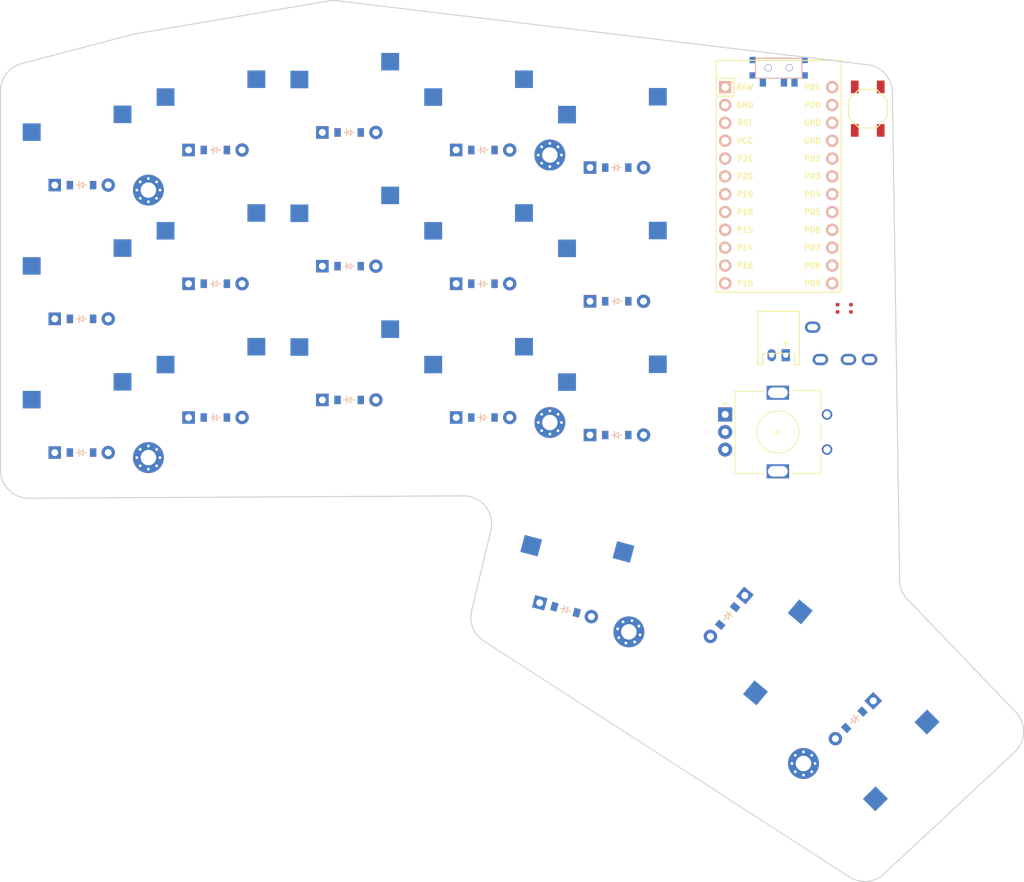
<source format=kicad_pcb>

            
(kicad_pcb (version 20171130) (host pcbnew 5.1.6)

  (page A3)
  (title_block
    (title juubo_left)
    (rev v1.0.0)
    (company Unknown)
  )

  (general
    (thickness 1.6)
  )

  (layers
    (0 F.Cu signal)
    (31 B.Cu signal)
    (32 B.Adhes user)
    (33 F.Adhes user)
    (34 B.Paste user)
    (35 F.Paste user)
    (36 B.SilkS user)
    (37 F.SilkS user)
    (38 B.Mask user)
    (39 F.Mask user)
    (40 Dwgs.User user)
    (41 Cmts.User user)
    (42 Eco1.User user)
    (43 Eco2.User user)
    (44 Edge.Cuts user)
    (45 Margin user)
    (46 B.CrtYd user)
    (47 F.CrtYd user)
    (48 B.Fab user)
    (49 F.Fab user)
  )

  (setup
    (last_trace_width 0.25)
    (trace_clearance 0.2)
    (zone_clearance 0.508)
    (zone_45_only no)
    (trace_min 0.2)
    (via_size 0.8)
    (via_drill 0.4)
    (via_min_size 0.4)
    (via_min_drill 0.3)
    (uvia_size 0.3)
    (uvia_drill 0.1)
    (uvias_allowed no)
    (uvia_min_size 0.2)
    (uvia_min_drill 0.1)
    (edge_width 0.05)
    (segment_width 0.2)
    (pcb_text_width 0.3)
    (pcb_text_size 1.5 1.5)
    (mod_edge_width 0.12)
    (mod_text_size 1 1)
    (mod_text_width 0.15)
    (pad_size 1.524 1.524)
    (pad_drill 0.762)
    (pad_to_mask_clearance 0.05)
    (aux_axis_origin 0 0)
    (visible_elements FFFFFF7F)
    (pcbplotparams
      (layerselection 0x010fc_ffffffff)
      (usegerberextensions false)
      (usegerberattributes true)
      (usegerberadvancedattributes true)
      (creategerberjobfile true)
      (excludeedgelayer true)
      (linewidth 0.100000)
      (plotframeref false)
      (viasonmask false)
      (mode 1)
      (useauxorigin false)
      (hpglpennumber 1)
      (hpglpenspeed 20)
      (hpglpendiameter 15.000000)
      (psnegative false)
      (psa4output false)
      (plotreference true)
      (plotvalue true)
      (plotinvisibletext false)
      (padsonsilk false)
      (subtractmaskfromsilk false)
      (outputformat 1)
      (mirror false)
      (drillshape 1)
      (scaleselection 1)
      (outputdirectory ""))
  )

            (net 0 "")
(net 1 "P9")
(net 2 "GND")
(net 3 "P7")
(net 4 "P8")
(net 5 "P21")
(net 6 "pinky_bottom")
(net 7 "pinky_home")
(net 8 "pinky_top")
(net 9 "P20")
(net 10 "ring_bottom")
(net 11 "ring_home")
(net 12 "ring_top")
(net 13 "P19")
(net 14 "middle_bottom")
(net 15 "middle_home")
(net 16 "middle_top")
(net 17 "P18")
(net 18 "index_bottom")
(net 19 "index_home")
(net 20 "index_top")
(net 21 "P15")
(net 22 "inner_bottom")
(net 23 "inner_home")
(net 24 "inner_top")
(net 25 "layer_cluster")
(net 26 "space_cluster")
(net 27 "extra_cluster")
(net 28 "P10")
(net 29 "P16")
(net 30 "P14")
(net 31 "P6")
(net 32 "RAW")
(net 33 "RST")
(net 34 "VCC")
(net 35 "P1")
(net 36 "P0")
(net 37 "P2")
(net 38 "P3")
(net 39 "P4")
(net 40 "P5")
(net 41 "B+")
            
  (net_class Default "This is the default net class."
    (clearance 0.2)
    (trace_width 0.25)
    (via_dia 0.8)
    (via_drill 0.4)
    (uvia_dia 0.3)
    (uvia_drill 0.1)
    (add_net "")
(add_net "P9")
(add_net "GND")
(add_net "P7")
(add_net "P8")
(add_net "P21")
(add_net "pinky_bottom")
(add_net "pinky_home")
(add_net "pinky_top")
(add_net "P20")
(add_net "ring_bottom")
(add_net "ring_home")
(add_net "ring_top")
(add_net "P19")
(add_net "middle_bottom")
(add_net "middle_home")
(add_net "middle_top")
(add_net "P18")
(add_net "index_bottom")
(add_net "index_home")
(add_net "index_top")
(add_net "P15")
(add_net "inner_bottom")
(add_net "inner_home")
(add_net "inner_top")
(add_net "layer_cluster")
(add_net "space_cluster")
(add_net "extra_cluster")
(add_net "P10")
(add_net "P16")
(add_net "P14")
(add_net "P6")
(add_net "RAW")
(add_net "RST")
(add_net "VCC")
(add_net "P1")
(add_net "P0")
(add_net "P2")
(add_net "P3")
(add_net "P4")
(add_net "P5")
(add_net "B+")
  )

            
        (module rotary_encoder (layer F.Cu) (tedit 603326DE)

            (at 199.25 102.11 0)
        
            
            (fp_text reference "ROT1" (at 0 0.5) (layer F.SilkS) 
                hide (effects (font (size 1 1) (thickness 0.15))))
            (fp_text value "" (at 0 8.89) (layer F.Fab)
                (effects (font (size 1 1) (thickness 0.15))))

            
            (fp_line (start -0.62 -0.04) (end 0.38 -0.04) (layer F.SilkS) (width 0.12))
            (fp_line (start -0.12 -0.54) (end -0.12 0.46) (layer F.SilkS) (width 0.12))
            (fp_line (start 5.98 3.26) (end 5.98 5.86) (layer F.SilkS) (width 0.12))
            (fp_line (start 5.98 -1.34) (end 5.98 1.26) (layer F.SilkS) (width 0.12))
            (fp_line (start 5.98 -5.94) (end 5.98 -3.34) (layer F.SilkS) (width 0.12))
            (fp_line (start -3.12 -0.04) (end 2.88 -0.04) (layer F.Fab) (width 0.12))
            (fp_line (start -0.12 -3.04) (end -0.12 2.96) (layer F.Fab) (width 0.12))
            (fp_line (start -7.32 -4.14) (end -7.62 -3.84) (layer F.SilkS) (width 0.12))
            (fp_line (start -7.92 -4.14) (end -7.32 -4.14) (layer F.SilkS) (width 0.12))
            (fp_line (start -7.62 -3.84) (end -7.92 -4.14) (layer F.SilkS) (width 0.12))
            (fp_line (start -6.22 -5.84) (end -6.22 5.86) (layer F.SilkS) (width 0.12))
            (fp_line (start -2.12 -5.84) (end -6.22 -5.84) (layer F.SilkS) (width 0.12))
            (fp_line (start -2.12 5.86) (end -6.22 5.86) (layer F.SilkS) (width 0.12))
            (fp_line (start 5.98 5.86) (end 1.88 5.86) (layer F.SilkS) (width 0.12))
            (fp_line (start 1.88 -5.94) (end 5.98 -5.94) (layer F.SilkS) (width 0.12))
            (fp_line (start -6.12 -4.74) (end -5.12 -5.84) (layer F.Fab) (width 0.12))
            (fp_line (start -6.12 5.76) (end -6.12 -4.74) (layer F.Fab) (width 0.12))
            (fp_line (start 5.88 5.76) (end -6.12 5.76) (layer F.Fab) (width 0.12))
            (fp_line (start 5.88 -5.84) (end 5.88 5.76) (layer F.Fab) (width 0.12))
            (fp_line (start -5.12 -5.84) (end 5.88 -5.84) (layer F.Fab) (width 0.12))
            (fp_line (start -8.87 -6.89) (end 7.88 -6.89) (layer F.CrtYd) (width 0.05))
            (fp_line (start -8.87 -6.89) (end -8.87 6.81) (layer F.CrtYd) (width 0.05))
            (fp_line (start 7.88 6.81) (end 7.88 -6.89) (layer F.CrtYd) (width 0.05))
            (fp_line (start 7.88 6.81) (end -8.87 6.81) (layer F.CrtYd) (width 0.05))
            (fp_circle (center -0.12 -0.04) (end 2.88 -0.04) (layer F.SilkS) (width 0.12))
            (fp_circle (center -0.12 -0.04) (end 2.88 -0.04) (layer F.Fab) (width 0.12))

            
            (pad A thru_hole rect (at -7.62 -2.54 0) (size 2 2) (drill 1) (layers *.Cu *.Mask) (net 3 "P7"))
            (pad C thru_hole circle (at -7.62 -0.04) (size 2 2) (drill 1) (layers *.Cu *.Mask) (net 2 "GND"))
            (pad B thru_hole circle (at -7.62 2.46) (size 2 2) (drill 1) (layers *.Cu *.Mask) (net 4 "P8"))
            (pad 1 thru_hole circle (at 6.88 -2.54) (size 1.5 1.5) (drill 1) (layers *.Cu *.Mask) (net 1 "P9"))
            (pad 2 thru_hole circle (at 6.88 2.46) (size 1.5 1.5) (drill 1) (layers *.Cu *.Mask) (net 2 "GND"))

            
            (pad "" thru_hole rect (at -0.12 -5.64 0) (size 3.2 2) (drill oval 2.8 1.5) (layers *.Cu *.Mask))
            (pad "" thru_hole rect (at -0.12 5.56 0)  (size 3.2 2) (drill oval 2.8 1.5) (layers *.Cu *.Mask))
        )
    

        
      (module MX (layer F.Cu) (tedit 5DD4F656)
      (at 100 100 0)

      
      (fp_text reference "S1" (at 0 0) (layer F.SilkS) hide (effects (font (size 1.27 1.27) (thickness 0.15))))
      (fp_text value "" (at 0 0) (layer F.SilkS) hide (effects (font (size 1.27 1.27) (thickness 0.15))))

      
      (fp_line (start -7 -6) (end -7 -7) (layer Dwgs.User) (width 0.15))
      (fp_line (start -7 7) (end -6 7) (layer Dwgs.User) (width 0.15))
      (fp_line (start -6 -7) (end -7 -7) (layer Dwgs.User) (width 0.15))
      (fp_line (start -7 7) (end -7 6) (layer Dwgs.User) (width 0.15))
      (fp_line (start 7 6) (end 7 7) (layer Dwgs.User) (width 0.15))
      (fp_line (start 7 -7) (end 6 -7) (layer Dwgs.User) (width 0.15))
      (fp_line (start 6 7) (end 7 7) (layer Dwgs.User) (width 0.15))
      (fp_line (start 7 -7) (end 7 -6) (layer Dwgs.User) (width 0.15))
    
      
      (pad "" np_thru_hole circle (at 0 0) (size 3.9878 3.9878) (drill 3.9878) (layers *.Cu *.Mask))

      
      (pad "" np_thru_hole circle (at 5.08 0) (size 1.7018 1.7018) (drill 1.7018) (layers *.Cu *.Mask))
      (pad "" np_thru_hole circle (at -5.08 0) (size 1.7018 1.7018) (drill 1.7018) (layers *.Cu *.Mask))
      
        
      
      (fp_line (start -9.5 -9.5) (end 9.5 -9.5) (layer Dwgs.User) (width 0.15))
      (fp_line (start 9.5 -9.5) (end 9.5 9.5) (layer Dwgs.User) (width 0.15))
      (fp_line (start 9.5 9.5) (end -9.5 9.5) (layer Dwgs.User) (width 0.15))
      (fp_line (start -9.5 9.5) (end -9.5 -9.5) (layer Dwgs.User) (width 0.15))
      
        
        
        (pad "" np_thru_hole circle (at 2.54 -5.08) (size 3 3) (drill 3) (layers *.Cu *.Mask))
        (pad "" np_thru_hole circle (at -3.81 -2.54) (size 3 3) (drill 3) (layers *.Cu *.Mask))
        
        
        (pad 1 smd rect (at -7.085 -2.54 0) (size 2.55 2.5) (layers B.Cu B.Paste B.Mask) (net 5 "P21"))
        (pad 2 smd rect (at 5.842 -5.08 0) (size 2.55 2.5) (layers B.Cu B.Paste B.Mask) (net 6 "pinky_bottom"))
        )
        

        
      (module MX (layer F.Cu) (tedit 5DD4F656)
      (at 100 80.95 0)

      
      (fp_text reference "S2" (at 0 0) (layer F.SilkS) hide (effects (font (size 1.27 1.27) (thickness 0.15))))
      (fp_text value "" (at 0 0) (layer F.SilkS) hide (effects (font (size 1.27 1.27) (thickness 0.15))))

      
      (fp_line (start -7 -6) (end -7 -7) (layer Dwgs.User) (width 0.15))
      (fp_line (start -7 7) (end -6 7) (layer Dwgs.User) (width 0.15))
      (fp_line (start -6 -7) (end -7 -7) (layer Dwgs.User) (width 0.15))
      (fp_line (start -7 7) (end -7 6) (layer Dwgs.User) (width 0.15))
      (fp_line (start 7 6) (end 7 7) (layer Dwgs.User) (width 0.15))
      (fp_line (start 7 -7) (end 6 -7) (layer Dwgs.User) (width 0.15))
      (fp_line (start 6 7) (end 7 7) (layer Dwgs.User) (width 0.15))
      (fp_line (start 7 -7) (end 7 -6) (layer Dwgs.User) (width 0.15))
    
      
      (pad "" np_thru_hole circle (at 0 0) (size 3.9878 3.9878) (drill 3.9878) (layers *.Cu *.Mask))

      
      (pad "" np_thru_hole circle (at 5.08 0) (size 1.7018 1.7018) (drill 1.7018) (layers *.Cu *.Mask))
      (pad "" np_thru_hole circle (at -5.08 0) (size 1.7018 1.7018) (drill 1.7018) (layers *.Cu *.Mask))
      
        
      
      (fp_line (start -9.5 -9.5) (end 9.5 -9.5) (layer Dwgs.User) (width 0.15))
      (fp_line (start 9.5 -9.5) (end 9.5 9.5) (layer Dwgs.User) (width 0.15))
      (fp_line (start 9.5 9.5) (end -9.5 9.5) (layer Dwgs.User) (width 0.15))
      (fp_line (start -9.5 9.5) (end -9.5 -9.5) (layer Dwgs.User) (width 0.15))
      
        
        
        (pad "" np_thru_hole circle (at 2.54 -5.08) (size 3 3) (drill 3) (layers *.Cu *.Mask))
        (pad "" np_thru_hole circle (at -3.81 -2.54) (size 3 3) (drill 3) (layers *.Cu *.Mask))
        
        
        (pad 1 smd rect (at -7.085 -2.54 0) (size 2.55 2.5) (layers B.Cu B.Paste B.Mask) (net 5 "P21"))
        (pad 2 smd rect (at 5.842 -5.08 0) (size 2.55 2.5) (layers B.Cu B.Paste B.Mask) (net 7 "pinky_home"))
        )
        

        
      (module MX (layer F.Cu) (tedit 5DD4F656)
      (at 100 61.900000000000006 0)

      
      (fp_text reference "S3" (at 0 0) (layer F.SilkS) hide (effects (font (size 1.27 1.27) (thickness 0.15))))
      (fp_text value "" (at 0 0) (layer F.SilkS) hide (effects (font (size 1.27 1.27) (thickness 0.15))))

      
      (fp_line (start -7 -6) (end -7 -7) (layer Dwgs.User) (width 0.15))
      (fp_line (start -7 7) (end -6 7) (layer Dwgs.User) (width 0.15))
      (fp_line (start -6 -7) (end -7 -7) (layer Dwgs.User) (width 0.15))
      (fp_line (start -7 7) (end -7 6) (layer Dwgs.User) (width 0.15))
      (fp_line (start 7 6) (end 7 7) (layer Dwgs.User) (width 0.15))
      (fp_line (start 7 -7) (end 6 -7) (layer Dwgs.User) (width 0.15))
      (fp_line (start 6 7) (end 7 7) (layer Dwgs.User) (width 0.15))
      (fp_line (start 7 -7) (end 7 -6) (layer Dwgs.User) (width 0.15))
    
      
      (pad "" np_thru_hole circle (at 0 0) (size 3.9878 3.9878) (drill 3.9878) (layers *.Cu *.Mask))

      
      (pad "" np_thru_hole circle (at 5.08 0) (size 1.7018 1.7018) (drill 1.7018) (layers *.Cu *.Mask))
      (pad "" np_thru_hole circle (at -5.08 0) (size 1.7018 1.7018) (drill 1.7018) (layers *.Cu *.Mask))
      
        
      
      (fp_line (start -9.5 -9.5) (end 9.5 -9.5) (layer Dwgs.User) (width 0.15))
      (fp_line (start 9.5 -9.5) (end 9.5 9.5) (layer Dwgs.User) (width 0.15))
      (fp_line (start 9.5 9.5) (end -9.5 9.5) (layer Dwgs.User) (width 0.15))
      (fp_line (start -9.5 9.5) (end -9.5 -9.5) (layer Dwgs.User) (width 0.15))
      
        
        
        (pad "" np_thru_hole circle (at 2.54 -5.08) (size 3 3) (drill 3) (layers *.Cu *.Mask))
        (pad "" np_thru_hole circle (at -3.81 -2.54) (size 3 3) (drill 3) (layers *.Cu *.Mask))
        
        
        (pad 1 smd rect (at -7.085 -2.54 0) (size 2.55 2.5) (layers B.Cu B.Paste B.Mask) (net 5 "P21"))
        (pad 2 smd rect (at 5.842 -5.08 0) (size 2.55 2.5) (layers B.Cu B.Paste B.Mask) (net 8 "pinky_top"))
        )
        

        
      (module MX (layer F.Cu) (tedit 5DD4F656)
      (at 119.05 95 0)

      
      (fp_text reference "S4" (at 0 0) (layer F.SilkS) hide (effects (font (size 1.27 1.27) (thickness 0.15))))
      (fp_text value "" (at 0 0) (layer F.SilkS) hide (effects (font (size 1.27 1.27) (thickness 0.15))))

      
      (fp_line (start -7 -6) (end -7 -7) (layer Dwgs.User) (width 0.15))
      (fp_line (start -7 7) (end -6 7) (layer Dwgs.User) (width 0.15))
      (fp_line (start -6 -7) (end -7 -7) (layer Dwgs.User) (width 0.15))
      (fp_line (start -7 7) (end -7 6) (layer Dwgs.User) (width 0.15))
      (fp_line (start 7 6) (end 7 7) (layer Dwgs.User) (width 0.15))
      (fp_line (start 7 -7) (end 6 -7) (layer Dwgs.User) (width 0.15))
      (fp_line (start 6 7) (end 7 7) (layer Dwgs.User) (width 0.15))
      (fp_line (start 7 -7) (end 7 -6) (layer Dwgs.User) (width 0.15))
    
      
      (pad "" np_thru_hole circle (at 0 0) (size 3.9878 3.9878) (drill 3.9878) (layers *.Cu *.Mask))

      
      (pad "" np_thru_hole circle (at 5.08 0) (size 1.7018 1.7018) (drill 1.7018) (layers *.Cu *.Mask))
      (pad "" np_thru_hole circle (at -5.08 0) (size 1.7018 1.7018) (drill 1.7018) (layers *.Cu *.Mask))
      
        
      
      (fp_line (start -9.5 -9.5) (end 9.5 -9.5) (layer Dwgs.User) (width 0.15))
      (fp_line (start 9.5 -9.5) (end 9.5 9.5) (layer Dwgs.User) (width 0.15))
      (fp_line (start 9.5 9.5) (end -9.5 9.5) (layer Dwgs.User) (width 0.15))
      (fp_line (start -9.5 9.5) (end -9.5 -9.5) (layer Dwgs.User) (width 0.15))
      
        
        
        (pad "" np_thru_hole circle (at 2.54 -5.08) (size 3 3) (drill 3) (layers *.Cu *.Mask))
        (pad "" np_thru_hole circle (at -3.81 -2.54) (size 3 3) (drill 3) (layers *.Cu *.Mask))
        
        
        (pad 1 smd rect (at -7.085 -2.54 0) (size 2.55 2.5) (layers B.Cu B.Paste B.Mask) (net 9 "P20"))
        (pad 2 smd rect (at 5.842 -5.08 0) (size 2.55 2.5) (layers B.Cu B.Paste B.Mask) (net 10 "ring_bottom"))
        )
        

        
      (module MX (layer F.Cu) (tedit 5DD4F656)
      (at 119.05 75.95 0)

      
      (fp_text reference "S5" (at 0 0) (layer F.SilkS) hide (effects (font (size 1.27 1.27) (thickness 0.15))))
      (fp_text value "" (at 0 0) (layer F.SilkS) hide (effects (font (size 1.27 1.27) (thickness 0.15))))

      
      (fp_line (start -7 -6) (end -7 -7) (layer Dwgs.User) (width 0.15))
      (fp_line (start -7 7) (end -6 7) (layer Dwgs.User) (width 0.15))
      (fp_line (start -6 -7) (end -7 -7) (layer Dwgs.User) (width 0.15))
      (fp_line (start -7 7) (end -7 6) (layer Dwgs.User) (width 0.15))
      (fp_line (start 7 6) (end 7 7) (layer Dwgs.User) (width 0.15))
      (fp_line (start 7 -7) (end 6 -7) (layer Dwgs.User) (width 0.15))
      (fp_line (start 6 7) (end 7 7) (layer Dwgs.User) (width 0.15))
      (fp_line (start 7 -7) (end 7 -6) (layer Dwgs.User) (width 0.15))
    
      
      (pad "" np_thru_hole circle (at 0 0) (size 3.9878 3.9878) (drill 3.9878) (layers *.Cu *.Mask))

      
      (pad "" np_thru_hole circle (at 5.08 0) (size 1.7018 1.7018) (drill 1.7018) (layers *.Cu *.Mask))
      (pad "" np_thru_hole circle (at -5.08 0) (size 1.7018 1.7018) (drill 1.7018) (layers *.Cu *.Mask))
      
        
      
      (fp_line (start -9.5 -9.5) (end 9.5 -9.5) (layer Dwgs.User) (width 0.15))
      (fp_line (start 9.5 -9.5) (end 9.5 9.5) (layer Dwgs.User) (width 0.15))
      (fp_line (start 9.5 9.5) (end -9.5 9.5) (layer Dwgs.User) (width 0.15))
      (fp_line (start -9.5 9.5) (end -9.5 -9.5) (layer Dwgs.User) (width 0.15))
      
        
        
        (pad "" np_thru_hole circle (at 2.54 -5.08) (size 3 3) (drill 3) (layers *.Cu *.Mask))
        (pad "" np_thru_hole circle (at -3.81 -2.54) (size 3 3) (drill 3) (layers *.Cu *.Mask))
        
        
        (pad 1 smd rect (at -7.085 -2.54 0) (size 2.55 2.5) (layers B.Cu B.Paste B.Mask) (net 9 "P20"))
        (pad 2 smd rect (at 5.842 -5.08 0) (size 2.55 2.5) (layers B.Cu B.Paste B.Mask) (net 11 "ring_home"))
        )
        

        
      (module MX (layer F.Cu) (tedit 5DD4F656)
      (at 119.05 56.900000000000006 0)

      
      (fp_text reference "S6" (at 0 0) (layer F.SilkS) hide (effects (font (size 1.27 1.27) (thickness 0.15))))
      (fp_text value "" (at 0 0) (layer F.SilkS) hide (effects (font (size 1.27 1.27) (thickness 0.15))))

      
      (fp_line (start -7 -6) (end -7 -7) (layer Dwgs.User) (width 0.15))
      (fp_line (start -7 7) (end -6 7) (layer Dwgs.User) (width 0.15))
      (fp_line (start -6 -7) (end -7 -7) (layer Dwgs.User) (width 0.15))
      (fp_line (start -7 7) (end -7 6) (layer Dwgs.User) (width 0.15))
      (fp_line (start 7 6) (end 7 7) (layer Dwgs.User) (width 0.15))
      (fp_line (start 7 -7) (end 6 -7) (layer Dwgs.User) (width 0.15))
      (fp_line (start 6 7) (end 7 7) (layer Dwgs.User) (width 0.15))
      (fp_line (start 7 -7) (end 7 -6) (layer Dwgs.User) (width 0.15))
    
      
      (pad "" np_thru_hole circle (at 0 0) (size 3.9878 3.9878) (drill 3.9878) (layers *.Cu *.Mask))

      
      (pad "" np_thru_hole circle (at 5.08 0) (size 1.7018 1.7018) (drill 1.7018) (layers *.Cu *.Mask))
      (pad "" np_thru_hole circle (at -5.08 0) (size 1.7018 1.7018) (drill 1.7018) (layers *.Cu *.Mask))
      
        
      
      (fp_line (start -9.5 -9.5) (end 9.5 -9.5) (layer Dwgs.User) (width 0.15))
      (fp_line (start 9.5 -9.5) (end 9.5 9.5) (layer Dwgs.User) (width 0.15))
      (fp_line (start 9.5 9.5) (end -9.5 9.5) (layer Dwgs.User) (width 0.15))
      (fp_line (start -9.5 9.5) (end -9.5 -9.5) (layer Dwgs.User) (width 0.15))
      
        
        
        (pad "" np_thru_hole circle (at 2.54 -5.08) (size 3 3) (drill 3) (layers *.Cu *.Mask))
        (pad "" np_thru_hole circle (at -3.81 -2.54) (size 3 3) (drill 3) (layers *.Cu *.Mask))
        
        
        (pad 1 smd rect (at -7.085 -2.54 0) (size 2.55 2.5) (layers B.Cu B.Paste B.Mask) (net 9 "P20"))
        (pad 2 smd rect (at 5.842 -5.08 0) (size 2.55 2.5) (layers B.Cu B.Paste B.Mask) (net 12 "ring_top"))
        )
        

        
      (module MX (layer F.Cu) (tedit 5DD4F656)
      (at 138.1 92.5 0)

      
      (fp_text reference "S7" (at 0 0) (layer F.SilkS) hide (effects (font (size 1.27 1.27) (thickness 0.15))))
      (fp_text value "" (at 0 0) (layer F.SilkS) hide (effects (font (size 1.27 1.27) (thickness 0.15))))

      
      (fp_line (start -7 -6) (end -7 -7) (layer Dwgs.User) (width 0.15))
      (fp_line (start -7 7) (end -6 7) (layer Dwgs.User) (width 0.15))
      (fp_line (start -6 -7) (end -7 -7) (layer Dwgs.User) (width 0.15))
      (fp_line (start -7 7) (end -7 6) (layer Dwgs.User) (width 0.15))
      (fp_line (start 7 6) (end 7 7) (layer Dwgs.User) (width 0.15))
      (fp_line (start 7 -7) (end 6 -7) (layer Dwgs.User) (width 0.15))
      (fp_line (start 6 7) (end 7 7) (layer Dwgs.User) (width 0.15))
      (fp_line (start 7 -7) (end 7 -6) (layer Dwgs.User) (width 0.15))
    
      
      (pad "" np_thru_hole circle (at 0 0) (size 3.9878 3.9878) (drill 3.9878) (layers *.Cu *.Mask))

      
      (pad "" np_thru_hole circle (at 5.08 0) (size 1.7018 1.7018) (drill 1.7018) (layers *.Cu *.Mask))
      (pad "" np_thru_hole circle (at -5.08 0) (size 1.7018 1.7018) (drill 1.7018) (layers *.Cu *.Mask))
      
        
      
      (fp_line (start -9.5 -9.5) (end 9.5 -9.5) (layer Dwgs.User) (width 0.15))
      (fp_line (start 9.5 -9.5) (end 9.5 9.5) (layer Dwgs.User) (width 0.15))
      (fp_line (start 9.5 9.5) (end -9.5 9.5) (layer Dwgs.User) (width 0.15))
      (fp_line (start -9.5 9.5) (end -9.5 -9.5) (layer Dwgs.User) (width 0.15))
      
        
        
        (pad "" np_thru_hole circle (at 2.54 -5.08) (size 3 3) (drill 3) (layers *.Cu *.Mask))
        (pad "" np_thru_hole circle (at -3.81 -2.54) (size 3 3) (drill 3) (layers *.Cu *.Mask))
        
        
        (pad 1 smd rect (at -7.085 -2.54 0) (size 2.55 2.5) (layers B.Cu B.Paste B.Mask) (net 13 "P19"))
        (pad 2 smd rect (at 5.842 -5.08 0) (size 2.55 2.5) (layers B.Cu B.Paste B.Mask) (net 14 "middle_bottom"))
        )
        

        
      (module MX (layer F.Cu) (tedit 5DD4F656)
      (at 138.1 73.45 0)

      
      (fp_text reference "S8" (at 0 0) (layer F.SilkS) hide (effects (font (size 1.27 1.27) (thickness 0.15))))
      (fp_text value "" (at 0 0) (layer F.SilkS) hide (effects (font (size 1.27 1.27) (thickness 0.15))))

      
      (fp_line (start -7 -6) (end -7 -7) (layer Dwgs.User) (width 0.15))
      (fp_line (start -7 7) (end -6 7) (layer Dwgs.User) (width 0.15))
      (fp_line (start -6 -7) (end -7 -7) (layer Dwgs.User) (width 0.15))
      (fp_line (start -7 7) (end -7 6) (layer Dwgs.User) (width 0.15))
      (fp_line (start 7 6) (end 7 7) (layer Dwgs.User) (width 0.15))
      (fp_line (start 7 -7) (end 6 -7) (layer Dwgs.User) (width 0.15))
      (fp_line (start 6 7) (end 7 7) (layer Dwgs.User) (width 0.15))
      (fp_line (start 7 -7) (end 7 -6) (layer Dwgs.User) (width 0.15))
    
      
      (pad "" np_thru_hole circle (at 0 0) (size 3.9878 3.9878) (drill 3.9878) (layers *.Cu *.Mask))

      
      (pad "" np_thru_hole circle (at 5.08 0) (size 1.7018 1.7018) (drill 1.7018) (layers *.Cu *.Mask))
      (pad "" np_thru_hole circle (at -5.08 0) (size 1.7018 1.7018) (drill 1.7018) (layers *.Cu *.Mask))
      
        
      
      (fp_line (start -9.5 -9.5) (end 9.5 -9.5) (layer Dwgs.User) (width 0.15))
      (fp_line (start 9.5 -9.5) (end 9.5 9.5) (layer Dwgs.User) (width 0.15))
      (fp_line (start 9.5 9.5) (end -9.5 9.5) (layer Dwgs.User) (width 0.15))
      (fp_line (start -9.5 9.5) (end -9.5 -9.5) (layer Dwgs.User) (width 0.15))
      
        
        
        (pad "" np_thru_hole circle (at 2.54 -5.08) (size 3 3) (drill 3) (layers *.Cu *.Mask))
        (pad "" np_thru_hole circle (at -3.81 -2.54) (size 3 3) (drill 3) (layers *.Cu *.Mask))
        
        
        (pad 1 smd rect (at -7.085 -2.54 0) (size 2.55 2.5) (layers B.Cu B.Paste B.Mask) (net 13 "P19"))
        (pad 2 smd rect (at 5.842 -5.08 0) (size 2.55 2.5) (layers B.Cu B.Paste B.Mask) (net 15 "middle_home"))
        )
        

        
      (module MX (layer F.Cu) (tedit 5DD4F656)
      (at 138.1 54.400000000000006 0)

      
      (fp_text reference "S9" (at 0 0) (layer F.SilkS) hide (effects (font (size 1.27 1.27) (thickness 0.15))))
      (fp_text value "" (at 0 0) (layer F.SilkS) hide (effects (font (size 1.27 1.27) (thickness 0.15))))

      
      (fp_line (start -7 -6) (end -7 -7) (layer Dwgs.User) (width 0.15))
      (fp_line (start -7 7) (end -6 7) (layer Dwgs.User) (width 0.15))
      (fp_line (start -6 -7) (end -7 -7) (layer Dwgs.User) (width 0.15))
      (fp_line (start -7 7) (end -7 6) (layer Dwgs.User) (width 0.15))
      (fp_line (start 7 6) (end 7 7) (layer Dwgs.User) (width 0.15))
      (fp_line (start 7 -7) (end 6 -7) (layer Dwgs.User) (width 0.15))
      (fp_line (start 6 7) (end 7 7) (layer Dwgs.User) (width 0.15))
      (fp_line (start 7 -7) (end 7 -6) (layer Dwgs.User) (width 0.15))
    
      
      (pad "" np_thru_hole circle (at 0 0) (size 3.9878 3.9878) (drill 3.9878) (layers *.Cu *.Mask))

      
      (pad "" np_thru_hole circle (at 5.08 0) (size 1.7018 1.7018) (drill 1.7018) (layers *.Cu *.Mask))
      (pad "" np_thru_hole circle (at -5.08 0) (size 1.7018 1.7018) (drill 1.7018) (layers *.Cu *.Mask))
      
        
      
      (fp_line (start -9.5 -9.5) (end 9.5 -9.5) (layer Dwgs.User) (width 0.15))
      (fp_line (start 9.5 -9.5) (end 9.5 9.5) (layer Dwgs.User) (width 0.15))
      (fp_line (start 9.5 9.5) (end -9.5 9.5) (layer Dwgs.User) (width 0.15))
      (fp_line (start -9.5 9.5) (end -9.5 -9.5) (layer Dwgs.User) (width 0.15))
      
        
        
        (pad "" np_thru_hole circle (at 2.54 -5.08) (size 3 3) (drill 3) (layers *.Cu *.Mask))
        (pad "" np_thru_hole circle (at -3.81 -2.54) (size 3 3) (drill 3) (layers *.Cu *.Mask))
        
        
        (pad 1 smd rect (at -7.085 -2.54 0) (size 2.55 2.5) (layers B.Cu B.Paste B.Mask) (net 13 "P19"))
        (pad 2 smd rect (at 5.842 -5.08 0) (size 2.55 2.5) (layers B.Cu B.Paste B.Mask) (net 16 "middle_top"))
        )
        

        
      (module MX (layer F.Cu) (tedit 5DD4F656)
      (at 157.15 95 0)

      
      (fp_text reference "S10" (at 0 0) (layer F.SilkS) hide (effects (font (size 1.27 1.27) (thickness 0.15))))
      (fp_text value "" (at 0 0) (layer F.SilkS) hide (effects (font (size 1.27 1.27) (thickness 0.15))))

      
      (fp_line (start -7 -6) (end -7 -7) (layer Dwgs.User) (width 0.15))
      (fp_line (start -7 7) (end -6 7) (layer Dwgs.User) (width 0.15))
      (fp_line (start -6 -7) (end -7 -7) (layer Dwgs.User) (width 0.15))
      (fp_line (start -7 7) (end -7 6) (layer Dwgs.User) (width 0.15))
      (fp_line (start 7 6) (end 7 7) (layer Dwgs.User) (width 0.15))
      (fp_line (start 7 -7) (end 6 -7) (layer Dwgs.User) (width 0.15))
      (fp_line (start 6 7) (end 7 7) (layer Dwgs.User) (width 0.15))
      (fp_line (start 7 -7) (end 7 -6) (layer Dwgs.User) (width 0.15))
    
      
      (pad "" np_thru_hole circle (at 0 0) (size 3.9878 3.9878) (drill 3.9878) (layers *.Cu *.Mask))

      
      (pad "" np_thru_hole circle (at 5.08 0) (size 1.7018 1.7018) (drill 1.7018) (layers *.Cu *.Mask))
      (pad "" np_thru_hole circle (at -5.08 0) (size 1.7018 1.7018) (drill 1.7018) (layers *.Cu *.Mask))
      
        
      
      (fp_line (start -9.5 -9.5) (end 9.5 -9.5) (layer Dwgs.User) (width 0.15))
      (fp_line (start 9.5 -9.5) (end 9.5 9.5) (layer Dwgs.User) (width 0.15))
      (fp_line (start 9.5 9.5) (end -9.5 9.5) (layer Dwgs.User) (width 0.15))
      (fp_line (start -9.5 9.5) (end -9.5 -9.5) (layer Dwgs.User) (width 0.15))
      
        
        
        (pad "" np_thru_hole circle (at 2.54 -5.08) (size 3 3) (drill 3) (layers *.Cu *.Mask))
        (pad "" np_thru_hole circle (at -3.81 -2.54) (size 3 3) (drill 3) (layers *.Cu *.Mask))
        
        
        (pad 1 smd rect (at -7.085 -2.54 0) (size 2.55 2.5) (layers B.Cu B.Paste B.Mask) (net 17 "P18"))
        (pad 2 smd rect (at 5.842 -5.08 0) (size 2.55 2.5) (layers B.Cu B.Paste B.Mask) (net 18 "index_bottom"))
        )
        

        
      (module MX (layer F.Cu) (tedit 5DD4F656)
      (at 157.15 75.95 0)

      
      (fp_text reference "S11" (at 0 0) (layer F.SilkS) hide (effects (font (size 1.27 1.27) (thickness 0.15))))
      (fp_text value "" (at 0 0) (layer F.SilkS) hide (effects (font (size 1.27 1.27) (thickness 0.15))))

      
      (fp_line (start -7 -6) (end -7 -7) (layer Dwgs.User) (width 0.15))
      (fp_line (start -7 7) (end -6 7) (layer Dwgs.User) (width 0.15))
      (fp_line (start -6 -7) (end -7 -7) (layer Dwgs.User) (width 0.15))
      (fp_line (start -7 7) (end -7 6) (layer Dwgs.User) (width 0.15))
      (fp_line (start 7 6) (end 7 7) (layer Dwgs.User) (width 0.15))
      (fp_line (start 7 -7) (end 6 -7) (layer Dwgs.User) (width 0.15))
      (fp_line (start 6 7) (end 7 7) (layer Dwgs.User) (width 0.15))
      (fp_line (start 7 -7) (end 7 -6) (layer Dwgs.User) (width 0.15))
    
      
      (pad "" np_thru_hole circle (at 0 0) (size 3.9878 3.9878) (drill 3.9878) (layers *.Cu *.Mask))

      
      (pad "" np_thru_hole circle (at 5.08 0) (size 1.7018 1.7018) (drill 1.7018) (layers *.Cu *.Mask))
      (pad "" np_thru_hole circle (at -5.08 0) (size 1.7018 1.7018) (drill 1.7018) (layers *.Cu *.Mask))
      
        
      
      (fp_line (start -9.5 -9.5) (end 9.5 -9.5) (layer Dwgs.User) (width 0.15))
      (fp_line (start 9.5 -9.5) (end 9.5 9.5) (layer Dwgs.User) (width 0.15))
      (fp_line (start 9.5 9.5) (end -9.5 9.5) (layer Dwgs.User) (width 0.15))
      (fp_line (start -9.5 9.5) (end -9.5 -9.5) (layer Dwgs.User) (width 0.15))
      
        
        
        (pad "" np_thru_hole circle (at 2.54 -5.08) (size 3 3) (drill 3) (layers *.Cu *.Mask))
        (pad "" np_thru_hole circle (at -3.81 -2.54) (size 3 3) (drill 3) (layers *.Cu *.Mask))
        
        
        (pad 1 smd rect (at -7.085 -2.54 0) (size 2.55 2.5) (layers B.Cu B.Paste B.Mask) (net 17 "P18"))
        (pad 2 smd rect (at 5.842 -5.08 0) (size 2.55 2.5) (layers B.Cu B.Paste B.Mask) (net 19 "index_home"))
        )
        

        
      (module MX (layer F.Cu) (tedit 5DD4F656)
      (at 157.15 56.900000000000006 0)

      
      (fp_text reference "S12" (at 0 0) (layer F.SilkS) hide (effects (font (size 1.27 1.27) (thickness 0.15))))
      (fp_text value "" (at 0 0) (layer F.SilkS) hide (effects (font (size 1.27 1.27) (thickness 0.15))))

      
      (fp_line (start -7 -6) (end -7 -7) (layer Dwgs.User) (width 0.15))
      (fp_line (start -7 7) (end -6 7) (layer Dwgs.User) (width 0.15))
      (fp_line (start -6 -7) (end -7 -7) (layer Dwgs.User) (width 0.15))
      (fp_line (start -7 7) (end -7 6) (layer Dwgs.User) (width 0.15))
      (fp_line (start 7 6) (end 7 7) (layer Dwgs.User) (width 0.15))
      (fp_line (start 7 -7) (end 6 -7) (layer Dwgs.User) (width 0.15))
      (fp_line (start 6 7) (end 7 7) (layer Dwgs.User) (width 0.15))
      (fp_line (start 7 -7) (end 7 -6) (layer Dwgs.User) (width 0.15))
    
      
      (pad "" np_thru_hole circle (at 0 0) (size 3.9878 3.9878) (drill 3.9878) (layers *.Cu *.Mask))

      
      (pad "" np_thru_hole circle (at 5.08 0) (size 1.7018 1.7018) (drill 1.7018) (layers *.Cu *.Mask))
      (pad "" np_thru_hole circle (at -5.08 0) (size 1.7018 1.7018) (drill 1.7018) (layers *.Cu *.Mask))
      
        
      
      (fp_line (start -9.5 -9.5) (end 9.5 -9.5) (layer Dwgs.User) (width 0.15))
      (fp_line (start 9.5 -9.5) (end 9.5 9.5) (layer Dwgs.User) (width 0.15))
      (fp_line (start 9.5 9.5) (end -9.5 9.5) (layer Dwgs.User) (width 0.15))
      (fp_line (start -9.5 9.5) (end -9.5 -9.5) (layer Dwgs.User) (width 0.15))
      
        
        
        (pad "" np_thru_hole circle (at 2.54 -5.08) (size 3 3) (drill 3) (layers *.Cu *.Mask))
        (pad "" np_thru_hole circle (at -3.81 -2.54) (size 3 3) (drill 3) (layers *.Cu *.Mask))
        
        
        (pad 1 smd rect (at -7.085 -2.54 0) (size 2.55 2.5) (layers B.Cu B.Paste B.Mask) (net 17 "P18"))
        (pad 2 smd rect (at 5.842 -5.08 0) (size 2.55 2.5) (layers B.Cu B.Paste B.Mask) (net 20 "index_top"))
        )
        

        
      (module MX (layer F.Cu) (tedit 5DD4F656)
      (at 176.2 97.5 0)

      
      (fp_text reference "S13" (at 0 0) (layer F.SilkS) hide (effects (font (size 1.27 1.27) (thickness 0.15))))
      (fp_text value "" (at 0 0) (layer F.SilkS) hide (effects (font (size 1.27 1.27) (thickness 0.15))))

      
      (fp_line (start -7 -6) (end -7 -7) (layer Dwgs.User) (width 0.15))
      (fp_line (start -7 7) (end -6 7) (layer Dwgs.User) (width 0.15))
      (fp_line (start -6 -7) (end -7 -7) (layer Dwgs.User) (width 0.15))
      (fp_line (start -7 7) (end -7 6) (layer Dwgs.User) (width 0.15))
      (fp_line (start 7 6) (end 7 7) (layer Dwgs.User) (width 0.15))
      (fp_line (start 7 -7) (end 6 -7) (layer Dwgs.User) (width 0.15))
      (fp_line (start 6 7) (end 7 7) (layer Dwgs.User) (width 0.15))
      (fp_line (start 7 -7) (end 7 -6) (layer Dwgs.User) (width 0.15))
    
      
      (pad "" np_thru_hole circle (at 0 0) (size 3.9878 3.9878) (drill 3.9878) (layers *.Cu *.Mask))

      
      (pad "" np_thru_hole circle (at 5.08 0) (size 1.7018 1.7018) (drill 1.7018) (layers *.Cu *.Mask))
      (pad "" np_thru_hole circle (at -5.08 0) (size 1.7018 1.7018) (drill 1.7018) (layers *.Cu *.Mask))
      
        
      
      (fp_line (start -9.5 -9.5) (end 9.5 -9.5) (layer Dwgs.User) (width 0.15))
      (fp_line (start 9.5 -9.5) (end 9.5 9.5) (layer Dwgs.User) (width 0.15))
      (fp_line (start 9.5 9.5) (end -9.5 9.5) (layer Dwgs.User) (width 0.15))
      (fp_line (start -9.5 9.5) (end -9.5 -9.5) (layer Dwgs.User) (width 0.15))
      
        
        
        (pad "" np_thru_hole circle (at 2.54 -5.08) (size 3 3) (drill 3) (layers *.Cu *.Mask))
        (pad "" np_thru_hole circle (at -3.81 -2.54) (size 3 3) (drill 3) (layers *.Cu *.Mask))
        
        
        (pad 1 smd rect (at -7.085 -2.54 0) (size 2.55 2.5) (layers B.Cu B.Paste B.Mask) (net 21 "P15"))
        (pad 2 smd rect (at 5.842 -5.08 0) (size 2.55 2.5) (layers B.Cu B.Paste B.Mask) (net 22 "inner_bottom"))
        )
        

        
      (module MX (layer F.Cu) (tedit 5DD4F656)
      (at 176.2 78.45 0)

      
      (fp_text reference "S14" (at 0 0) (layer F.SilkS) hide (effects (font (size 1.27 1.27) (thickness 0.15))))
      (fp_text value "" (at 0 0) (layer F.SilkS) hide (effects (font (size 1.27 1.27) (thickness 0.15))))

      
      (fp_line (start -7 -6) (end -7 -7) (layer Dwgs.User) (width 0.15))
      (fp_line (start -7 7) (end -6 7) (layer Dwgs.User) (width 0.15))
      (fp_line (start -6 -7) (end -7 -7) (layer Dwgs.User) (width 0.15))
      (fp_line (start -7 7) (end -7 6) (layer Dwgs.User) (width 0.15))
      (fp_line (start 7 6) (end 7 7) (layer Dwgs.User) (width 0.15))
      (fp_line (start 7 -7) (end 6 -7) (layer Dwgs.User) (width 0.15))
      (fp_line (start 6 7) (end 7 7) (layer Dwgs.User) (width 0.15))
      (fp_line (start 7 -7) (end 7 -6) (layer Dwgs.User) (width 0.15))
    
      
      (pad "" np_thru_hole circle (at 0 0) (size 3.9878 3.9878) (drill 3.9878) (layers *.Cu *.Mask))

      
      (pad "" np_thru_hole circle (at 5.08 0) (size 1.7018 1.7018) (drill 1.7018) (layers *.Cu *.Mask))
      (pad "" np_thru_hole circle (at -5.08 0) (size 1.7018 1.7018) (drill 1.7018) (layers *.Cu *.Mask))
      
        
      
      (fp_line (start -9.5 -9.5) (end 9.5 -9.5) (layer Dwgs.User) (width 0.15))
      (fp_line (start 9.5 -9.5) (end 9.5 9.5) (layer Dwgs.User) (width 0.15))
      (fp_line (start 9.5 9.5) (end -9.5 9.5) (layer Dwgs.User) (width 0.15))
      (fp_line (start -9.5 9.5) (end -9.5 -9.5) (layer Dwgs.User) (width 0.15))
      
        
        
        (pad "" np_thru_hole circle (at 2.54 -5.08) (size 3 3) (drill 3) (layers *.Cu *.Mask))
        (pad "" np_thru_hole circle (at -3.81 -2.54) (size 3 3) (drill 3) (layers *.Cu *.Mask))
        
        
        (pad 1 smd rect (at -7.085 -2.54 0) (size 2.55 2.5) (layers B.Cu B.Paste B.Mask) (net 21 "P15"))
        (pad 2 smd rect (at 5.842 -5.08 0) (size 2.55 2.5) (layers B.Cu B.Paste B.Mask) (net 23 "inner_home"))
        )
        

        
      (module MX (layer F.Cu) (tedit 5DD4F656)
      (at 176.2 59.400000000000006 0)

      
      (fp_text reference "S15" (at 0 0) (layer F.SilkS) hide (effects (font (size 1.27 1.27) (thickness 0.15))))
      (fp_text value "" (at 0 0) (layer F.SilkS) hide (effects (font (size 1.27 1.27) (thickness 0.15))))

      
      (fp_line (start -7 -6) (end -7 -7) (layer Dwgs.User) (width 0.15))
      (fp_line (start -7 7) (end -6 7) (layer Dwgs.User) (width 0.15))
      (fp_line (start -6 -7) (end -7 -7) (layer Dwgs.User) (width 0.15))
      (fp_line (start -7 7) (end -7 6) (layer Dwgs.User) (width 0.15))
      (fp_line (start 7 6) (end 7 7) (layer Dwgs.User) (width 0.15))
      (fp_line (start 7 -7) (end 6 -7) (layer Dwgs.User) (width 0.15))
      (fp_line (start 6 7) (end 7 7) (layer Dwgs.User) (width 0.15))
      (fp_line (start 7 -7) (end 7 -6) (layer Dwgs.User) (width 0.15))
    
      
      (pad "" np_thru_hole circle (at 0 0) (size 3.9878 3.9878) (drill 3.9878) (layers *.Cu *.Mask))

      
      (pad "" np_thru_hole circle (at 5.08 0) (size 1.7018 1.7018) (drill 1.7018) (layers *.Cu *.Mask))
      (pad "" np_thru_hole circle (at -5.08 0) (size 1.7018 1.7018) (drill 1.7018) (layers *.Cu *.Mask))
      
        
      
      (fp_line (start -9.5 -9.5) (end 9.5 -9.5) (layer Dwgs.User) (width 0.15))
      (fp_line (start 9.5 -9.5) (end 9.5 9.5) (layer Dwgs.User) (width 0.15))
      (fp_line (start 9.5 9.5) (end -9.5 9.5) (layer Dwgs.User) (width 0.15))
      (fp_line (start -9.5 9.5) (end -9.5 -9.5) (layer Dwgs.User) (width 0.15))
      
        
        
        (pad "" np_thru_hole circle (at 2.54 -5.08) (size 3 3) (drill 3) (layers *.Cu *.Mask))
        (pad "" np_thru_hole circle (at -3.81 -2.54) (size 3 3) (drill 3) (layers *.Cu *.Mask))
        
        
        (pad 1 smd rect (at -7.085 -2.54 0) (size 2.55 2.5) (layers B.Cu B.Paste B.Mask) (net 21 "P15"))
        (pad 2 smd rect (at 5.842 -5.08 0) (size 2.55 2.5) (layers B.Cu B.Paste B.Mask) (net 24 "inner_top"))
        )
        

        
      (module MX (layer F.Cu) (tedit 5DD4F656)
      (at 170.2 122.55 -15)

      
      (fp_text reference "S16" (at 0 0) (layer F.SilkS) hide (effects (font (size 1.27 1.27) (thickness 0.15))))
      (fp_text value "" (at 0 0) (layer F.SilkS) hide (effects (font (size 1.27 1.27) (thickness 0.15))))

      
      (fp_line (start -7 -6) (end -7 -7) (layer Dwgs.User) (width 0.15))
      (fp_line (start -7 7) (end -6 7) (layer Dwgs.User) (width 0.15))
      (fp_line (start -6 -7) (end -7 -7) (layer Dwgs.User) (width 0.15))
      (fp_line (start -7 7) (end -7 6) (layer Dwgs.User) (width 0.15))
      (fp_line (start 7 6) (end 7 7) (layer Dwgs.User) (width 0.15))
      (fp_line (start 7 -7) (end 6 -7) (layer Dwgs.User) (width 0.15))
      (fp_line (start 6 7) (end 7 7) (layer Dwgs.User) (width 0.15))
      (fp_line (start 7 -7) (end 7 -6) (layer Dwgs.User) (width 0.15))
    
      
      (pad "" np_thru_hole circle (at 0 0) (size 3.9878 3.9878) (drill 3.9878) (layers *.Cu *.Mask))

      
      (pad "" np_thru_hole circle (at 5.08 0) (size 1.7018 1.7018) (drill 1.7018) (layers *.Cu *.Mask))
      (pad "" np_thru_hole circle (at -5.08 0) (size 1.7018 1.7018) (drill 1.7018) (layers *.Cu *.Mask))
      
        
      
      (fp_line (start -9.5 -9.5) (end 9.5 -9.5) (layer Dwgs.User) (width 0.15))
      (fp_line (start 9.5 -9.5) (end 9.5 9.5) (layer Dwgs.User) (width 0.15))
      (fp_line (start 9.5 9.5) (end -9.5 9.5) (layer Dwgs.User) (width 0.15))
      (fp_line (start -9.5 9.5) (end -9.5 -9.5) (layer Dwgs.User) (width 0.15))
      
        
        
        (pad "" np_thru_hole circle (at 2.54 -5.08) (size 3 3) (drill 3) (layers *.Cu *.Mask))
        (pad "" np_thru_hole circle (at -3.81 -2.54) (size 3 3) (drill 3) (layers *.Cu *.Mask))
        
        
        (pad 1 smd rect (at -7.085 -2.54 -15) (size 2.55 2.5) (layers B.Cu B.Paste B.Mask) (net 13 "P19"))
        (pad 2 smd rect (at 5.842 -5.08 -15) (size 2.55 2.5) (layers B.Cu B.Paste B.Mask) (net 25 "layer_cluster"))
        )
        

        
      (module MX (layer F.Cu) (tedit 5DD4F656)
      (at 195.8106555 131.48290680000002 -130)

      
      (fp_text reference "S17" (at 0 0) (layer F.SilkS) hide (effects (font (size 1.27 1.27) (thickness 0.15))))
      (fp_text value "" (at 0 0) (layer F.SilkS) hide (effects (font (size 1.27 1.27) (thickness 0.15))))

      
      (fp_line (start -7 -6) (end -7 -7) (layer Dwgs.User) (width 0.15))
      (fp_line (start -7 7) (end -6 7) (layer Dwgs.User) (width 0.15))
      (fp_line (start -6 -7) (end -7 -7) (layer Dwgs.User) (width 0.15))
      (fp_line (start -7 7) (end -7 6) (layer Dwgs.User) (width 0.15))
      (fp_line (start 7 6) (end 7 7) (layer Dwgs.User) (width 0.15))
      (fp_line (start 7 -7) (end 6 -7) (layer Dwgs.User) (width 0.15))
      (fp_line (start 6 7) (end 7 7) (layer Dwgs.User) (width 0.15))
      (fp_line (start 7 -7) (end 7 -6) (layer Dwgs.User) (width 0.15))
    
      
      (pad "" np_thru_hole circle (at 0 0) (size 3.9878 3.9878) (drill 3.9878) (layers *.Cu *.Mask))

      
      (pad "" np_thru_hole circle (at 5.08 0) (size 1.7018 1.7018) (drill 1.7018) (layers *.Cu *.Mask))
      (pad "" np_thru_hole circle (at -5.08 0) (size 1.7018 1.7018) (drill 1.7018) (layers *.Cu *.Mask))
      
        
      
      (fp_line (start -9.5 -9.5) (end 9.5 -9.5) (layer Dwgs.User) (width 0.15))
      (fp_line (start 9.5 -9.5) (end 9.5 9.5) (layer Dwgs.User) (width 0.15))
      (fp_line (start 9.5 9.5) (end -9.5 9.5) (layer Dwgs.User) (width 0.15))
      (fp_line (start -9.5 9.5) (end -9.5 -9.5) (layer Dwgs.User) (width 0.15))
      
        
        
        (pad "" np_thru_hole circle (at 2.54 -5.08) (size 3 3) (drill 3) (layers *.Cu *.Mask))
        (pad "" np_thru_hole circle (at -3.81 -2.54) (size 3 3) (drill 3) (layers *.Cu *.Mask))
        
        
        (pad 1 smd rect (at -7.085 -2.54 -130) (size 2.55 2.5) (layers B.Cu B.Paste B.Mask) (net 17 "P18"))
        (pad 2 smd rect (at 5.842 -5.08 -130) (size 2.55 2.5) (layers B.Cu B.Paste B.Mask) (net 26 "space_cluster"))
        )
        

        
      (module MX (layer F.Cu) (tedit 5DD4F656)
      (at 213.55520369999996 146.590306 -135)

      
      (fp_text reference "S18" (at 0 0) (layer F.SilkS) hide (effects (font (size 1.27 1.27) (thickness 0.15))))
      (fp_text value "" (at 0 0) (layer F.SilkS) hide (effects (font (size 1.27 1.27) (thickness 0.15))))

      
      (fp_line (start -7 -6) (end -7 -7) (layer Dwgs.User) (width 0.15))
      (fp_line (start -7 7) (end -6 7) (layer Dwgs.User) (width 0.15))
      (fp_line (start -6 -7) (end -7 -7) (layer Dwgs.User) (width 0.15))
      (fp_line (start -7 7) (end -7 6) (layer Dwgs.User) (width 0.15))
      (fp_line (start 7 6) (end 7 7) (layer Dwgs.User) (width 0.15))
      (fp_line (start 7 -7) (end 6 -7) (layer Dwgs.User) (width 0.15))
      (fp_line (start 6 7) (end 7 7) (layer Dwgs.User) (width 0.15))
      (fp_line (start 7 -7) (end 7 -6) (layer Dwgs.User) (width 0.15))
    
      
      (pad "" np_thru_hole circle (at 0 0) (size 3.9878 3.9878) (drill 3.9878) (layers *.Cu *.Mask))

      
      (pad "" np_thru_hole circle (at 5.08 0) (size 1.7018 1.7018) (drill 1.7018) (layers *.Cu *.Mask))
      (pad "" np_thru_hole circle (at -5.08 0) (size 1.7018 1.7018) (drill 1.7018) (layers *.Cu *.Mask))
      
        
      
      (fp_line (start -9.5 -9.5) (end 9.5 -9.5) (layer Dwgs.User) (width 0.15))
      (fp_line (start 9.5 -9.5) (end 9.5 9.5) (layer Dwgs.User) (width 0.15))
      (fp_line (start 9.5 9.5) (end -9.5 9.5) (layer Dwgs.User) (width 0.15))
      (fp_line (start -9.5 9.5) (end -9.5 -9.5) (layer Dwgs.User) (width 0.15))
      
        
        
        (pad "" np_thru_hole circle (at 2.54 -5.08) (size 3 3) (drill 3) (layers *.Cu *.Mask))
        (pad "" np_thru_hole circle (at -3.81 -2.54) (size 3 3) (drill 3) (layers *.Cu *.Mask))
        
        
        (pad 1 smd rect (at -7.085 -2.54 -135) (size 2.55 2.5) (layers B.Cu B.Paste B.Mask) (net 21 "P15"))
        (pad 2 smd rect (at 5.842 -5.08 -135) (size 2.55 2.5) (layers B.Cu B.Paste B.Mask) (net 27 "extra_cluster"))
        )
        

  
    (module ComboDiode (layer F.Cu) (tedit 5B24D78E)


        (at 100 105 0)

        
        (fp_text reference "D1" (at 0 0) (layer F.SilkS) hide (effects (font (size 1.27 1.27) (thickness 0.15))))
        (fp_text value "" (at 0 0) (layer F.SilkS) hide (effects (font (size 1.27 1.27) (thickness 0.15))))
        
        
        (fp_line (start 0.25 0) (end 0.75 0) (layer F.SilkS) (width 0.1))
        (fp_line (start 0.25 0.4) (end -0.35 0) (layer F.SilkS) (width 0.1))
        (fp_line (start 0.25 -0.4) (end 0.25 0.4) (layer F.SilkS) (width 0.1))
        (fp_line (start -0.35 0) (end 0.25 -0.4) (layer F.SilkS) (width 0.1))
        (fp_line (start -0.35 0) (end -0.35 0.55) (layer F.SilkS) (width 0.1))
        (fp_line (start -0.35 0) (end -0.35 -0.55) (layer F.SilkS) (width 0.1))
        (fp_line (start -0.75 0) (end -0.35 0) (layer F.SilkS) (width 0.1))
        (fp_line (start 0.25 0) (end 0.75 0) (layer B.SilkS) (width 0.1))
        (fp_line (start 0.25 0.4) (end -0.35 0) (layer B.SilkS) (width 0.1))
        (fp_line (start 0.25 -0.4) (end 0.25 0.4) (layer B.SilkS) (width 0.1))
        (fp_line (start -0.35 0) (end 0.25 -0.4) (layer B.SilkS) (width 0.1))
        (fp_line (start -0.35 0) (end -0.35 0.55) (layer B.SilkS) (width 0.1))
        (fp_line (start -0.35 0) (end -0.35 -0.55) (layer B.SilkS) (width 0.1))
        (fp_line (start -0.75 0) (end -0.35 0) (layer B.SilkS) (width 0.1))
    
        
        (pad 1 smd rect (at -1.65 0 0) (size 0.9 1.2) (layers F.Cu F.Paste F.Mask) (net 28 "P10"))
        (pad 2 smd rect (at 1.65 0 0) (size 0.9 1.2) (layers B.Cu B.Paste B.Mask) (net 6 "pinky_bottom"))
        (pad 1 smd rect (at -1.65 0 0) (size 0.9 1.2) (layers B.Cu B.Paste B.Mask) (net 28 "P10"))
        (pad 2 smd rect (at 1.65 0 0) (size 0.9 1.2) (layers F.Cu F.Paste F.Mask) (net 6 "pinky_bottom"))
        
        
        (pad 1 thru_hole rect (at -3.81 0 0) (size 1.778 1.778) (drill 0.9906) (layers *.Cu *.Mask) (net 28 "P10"))
        (pad 2 thru_hole circle (at 3.81 0 0) (size 1.905 1.905) (drill 0.9906) (layers *.Cu *.Mask) (net 6 "pinky_bottom"))
    )
  
    

  
    (module ComboDiode (layer F.Cu) (tedit 5B24D78E)


        (at 100 85.95 0)

        
        (fp_text reference "D2" (at 0 0) (layer F.SilkS) hide (effects (font (size 1.27 1.27) (thickness 0.15))))
        (fp_text value "" (at 0 0) (layer F.SilkS) hide (effects (font (size 1.27 1.27) (thickness 0.15))))
        
        
        (fp_line (start 0.25 0) (end 0.75 0) (layer F.SilkS) (width 0.1))
        (fp_line (start 0.25 0.4) (end -0.35 0) (layer F.SilkS) (width 0.1))
        (fp_line (start 0.25 -0.4) (end 0.25 0.4) (layer F.SilkS) (width 0.1))
        (fp_line (start -0.35 0) (end 0.25 -0.4) (layer F.SilkS) (width 0.1))
        (fp_line (start -0.35 0) (end -0.35 0.55) (layer F.SilkS) (width 0.1))
        (fp_line (start -0.35 0) (end -0.35 -0.55) (layer F.SilkS) (width 0.1))
        (fp_line (start -0.75 0) (end -0.35 0) (layer F.SilkS) (width 0.1))
        (fp_line (start 0.25 0) (end 0.75 0) (layer B.SilkS) (width 0.1))
        (fp_line (start 0.25 0.4) (end -0.35 0) (layer B.SilkS) (width 0.1))
        (fp_line (start 0.25 -0.4) (end 0.25 0.4) (layer B.SilkS) (width 0.1))
        (fp_line (start -0.35 0) (end 0.25 -0.4) (layer B.SilkS) (width 0.1))
        (fp_line (start -0.35 0) (end -0.35 0.55) (layer B.SilkS) (width 0.1))
        (fp_line (start -0.35 0) (end -0.35 -0.55) (layer B.SilkS) (width 0.1))
        (fp_line (start -0.75 0) (end -0.35 0) (layer B.SilkS) (width 0.1))
    
        
        (pad 1 smd rect (at -1.65 0 0) (size 0.9 1.2) (layers F.Cu F.Paste F.Mask) (net 29 "P16"))
        (pad 2 smd rect (at 1.65 0 0) (size 0.9 1.2) (layers B.Cu B.Paste B.Mask) (net 7 "pinky_home"))
        (pad 1 smd rect (at -1.65 0 0) (size 0.9 1.2) (layers B.Cu B.Paste B.Mask) (net 29 "P16"))
        (pad 2 smd rect (at 1.65 0 0) (size 0.9 1.2) (layers F.Cu F.Paste F.Mask) (net 7 "pinky_home"))
        
        
        (pad 1 thru_hole rect (at -3.81 0 0) (size 1.778 1.778) (drill 0.9906) (layers *.Cu *.Mask) (net 29 "P16"))
        (pad 2 thru_hole circle (at 3.81 0 0) (size 1.905 1.905) (drill 0.9906) (layers *.Cu *.Mask) (net 7 "pinky_home"))
    )
  
    

  
    (module ComboDiode (layer F.Cu) (tedit 5B24D78E)


        (at 100 66.9 0)

        
        (fp_text reference "D3" (at 0 0) (layer F.SilkS) hide (effects (font (size 1.27 1.27) (thickness 0.15))))
        (fp_text value "" (at 0 0) (layer F.SilkS) hide (effects (font (size 1.27 1.27) (thickness 0.15))))
        
        
        (fp_line (start 0.25 0) (end 0.75 0) (layer F.SilkS) (width 0.1))
        (fp_line (start 0.25 0.4) (end -0.35 0) (layer F.SilkS) (width 0.1))
        (fp_line (start 0.25 -0.4) (end 0.25 0.4) (layer F.SilkS) (width 0.1))
        (fp_line (start -0.35 0) (end 0.25 -0.4) (layer F.SilkS) (width 0.1))
        (fp_line (start -0.35 0) (end -0.35 0.55) (layer F.SilkS) (width 0.1))
        (fp_line (start -0.35 0) (end -0.35 -0.55) (layer F.SilkS) (width 0.1))
        (fp_line (start -0.75 0) (end -0.35 0) (layer F.SilkS) (width 0.1))
        (fp_line (start 0.25 0) (end 0.75 0) (layer B.SilkS) (width 0.1))
        (fp_line (start 0.25 0.4) (end -0.35 0) (layer B.SilkS) (width 0.1))
        (fp_line (start 0.25 -0.4) (end 0.25 0.4) (layer B.SilkS) (width 0.1))
        (fp_line (start -0.35 0) (end 0.25 -0.4) (layer B.SilkS) (width 0.1))
        (fp_line (start -0.35 0) (end -0.35 0.55) (layer B.SilkS) (width 0.1))
        (fp_line (start -0.35 0) (end -0.35 -0.55) (layer B.SilkS) (width 0.1))
        (fp_line (start -0.75 0) (end -0.35 0) (layer B.SilkS) (width 0.1))
    
        
        (pad 1 smd rect (at -1.65 0 0) (size 0.9 1.2) (layers F.Cu F.Paste F.Mask) (net 30 "P14"))
        (pad 2 smd rect (at 1.65 0 0) (size 0.9 1.2) (layers B.Cu B.Paste B.Mask) (net 8 "pinky_top"))
        (pad 1 smd rect (at -1.65 0 0) (size 0.9 1.2) (layers B.Cu B.Paste B.Mask) (net 30 "P14"))
        (pad 2 smd rect (at 1.65 0 0) (size 0.9 1.2) (layers F.Cu F.Paste F.Mask) (net 8 "pinky_top"))
        
        
        (pad 1 thru_hole rect (at -3.81 0 0) (size 1.778 1.778) (drill 0.9906) (layers *.Cu *.Mask) (net 30 "P14"))
        (pad 2 thru_hole circle (at 3.81 0 0) (size 1.905 1.905) (drill 0.9906) (layers *.Cu *.Mask) (net 8 "pinky_top"))
    )
  
    

  
    (module ComboDiode (layer F.Cu) (tedit 5B24D78E)


        (at 119.05 100 0)

        
        (fp_text reference "D4" (at 0 0) (layer F.SilkS) hide (effects (font (size 1.27 1.27) (thickness 0.15))))
        (fp_text value "" (at 0 0) (layer F.SilkS) hide (effects (font (size 1.27 1.27) (thickness 0.15))))
        
        
        (fp_line (start 0.25 0) (end 0.75 0) (layer F.SilkS) (width 0.1))
        (fp_line (start 0.25 0.4) (end -0.35 0) (layer F.SilkS) (width 0.1))
        (fp_line (start 0.25 -0.4) (end 0.25 0.4) (layer F.SilkS) (width 0.1))
        (fp_line (start -0.35 0) (end 0.25 -0.4) (layer F.SilkS) (width 0.1))
        (fp_line (start -0.35 0) (end -0.35 0.55) (layer F.SilkS) (width 0.1))
        (fp_line (start -0.35 0) (end -0.35 -0.55) (layer F.SilkS) (width 0.1))
        (fp_line (start -0.75 0) (end -0.35 0) (layer F.SilkS) (width 0.1))
        (fp_line (start 0.25 0) (end 0.75 0) (layer B.SilkS) (width 0.1))
        (fp_line (start 0.25 0.4) (end -0.35 0) (layer B.SilkS) (width 0.1))
        (fp_line (start 0.25 -0.4) (end 0.25 0.4) (layer B.SilkS) (width 0.1))
        (fp_line (start -0.35 0) (end 0.25 -0.4) (layer B.SilkS) (width 0.1))
        (fp_line (start -0.35 0) (end -0.35 0.55) (layer B.SilkS) (width 0.1))
        (fp_line (start -0.35 0) (end -0.35 -0.55) (layer B.SilkS) (width 0.1))
        (fp_line (start -0.75 0) (end -0.35 0) (layer B.SilkS) (width 0.1))
    
        
        (pad 1 smd rect (at -1.65 0 0) (size 0.9 1.2) (layers F.Cu F.Paste F.Mask) (net 28 "P10"))
        (pad 2 smd rect (at 1.65 0 0) (size 0.9 1.2) (layers B.Cu B.Paste B.Mask) (net 10 "ring_bottom"))
        (pad 1 smd rect (at -1.65 0 0) (size 0.9 1.2) (layers B.Cu B.Paste B.Mask) (net 28 "P10"))
        (pad 2 smd rect (at 1.65 0 0) (size 0.9 1.2) (layers F.Cu F.Paste F.Mask) (net 10 "ring_bottom"))
        
        
        (pad 1 thru_hole rect (at -3.81 0 0) (size 1.778 1.778) (drill 0.9906) (layers *.Cu *.Mask) (net 28 "P10"))
        (pad 2 thru_hole circle (at 3.81 0 0) (size 1.905 1.905) (drill 0.9906) (layers *.Cu *.Mask) (net 10 "ring_bottom"))
    )
  
    

  
    (module ComboDiode (layer F.Cu) (tedit 5B24D78E)


        (at 119.05 80.95 0)

        
        (fp_text reference "D5" (at 0 0) (layer F.SilkS) hide (effects (font (size 1.27 1.27) (thickness 0.15))))
        (fp_text value "" (at 0 0) (layer F.SilkS) hide (effects (font (size 1.27 1.27) (thickness 0.15))))
        
        
        (fp_line (start 0.25 0) (end 0.75 0) (layer F.SilkS) (width 0.1))
        (fp_line (start 0.25 0.4) (end -0.35 0) (layer F.SilkS) (width 0.1))
        (fp_line (start 0.25 -0.4) (end 0.25 0.4) (layer F.SilkS) (width 0.1))
        (fp_line (start -0.35 0) (end 0.25 -0.4) (layer F.SilkS) (width 0.1))
        (fp_line (start -0.35 0) (end -0.35 0.55) (layer F.SilkS) (width 0.1))
        (fp_line (start -0.35 0) (end -0.35 -0.55) (layer F.SilkS) (width 0.1))
        (fp_line (start -0.75 0) (end -0.35 0) (layer F.SilkS) (width 0.1))
        (fp_line (start 0.25 0) (end 0.75 0) (layer B.SilkS) (width 0.1))
        (fp_line (start 0.25 0.4) (end -0.35 0) (layer B.SilkS) (width 0.1))
        (fp_line (start 0.25 -0.4) (end 0.25 0.4) (layer B.SilkS) (width 0.1))
        (fp_line (start -0.35 0) (end 0.25 -0.4) (layer B.SilkS) (width 0.1))
        (fp_line (start -0.35 0) (end -0.35 0.55) (layer B.SilkS) (width 0.1))
        (fp_line (start -0.35 0) (end -0.35 -0.55) (layer B.SilkS) (width 0.1))
        (fp_line (start -0.75 0) (end -0.35 0) (layer B.SilkS) (width 0.1))
    
        
        (pad 1 smd rect (at -1.65 0 0) (size 0.9 1.2) (layers F.Cu F.Paste F.Mask) (net 29 "P16"))
        (pad 2 smd rect (at 1.65 0 0) (size 0.9 1.2) (layers B.Cu B.Paste B.Mask) (net 11 "ring_home"))
        (pad 1 smd rect (at -1.65 0 0) (size 0.9 1.2) (layers B.Cu B.Paste B.Mask) (net 29 "P16"))
        (pad 2 smd rect (at 1.65 0 0) (size 0.9 1.2) (layers F.Cu F.Paste F.Mask) (net 11 "ring_home"))
        
        
        (pad 1 thru_hole rect (at -3.81 0 0) (size 1.778 1.778) (drill 0.9906) (layers *.Cu *.Mask) (net 29 "P16"))
        (pad 2 thru_hole circle (at 3.81 0 0) (size 1.905 1.905) (drill 0.9906) (layers *.Cu *.Mask) (net 11 "ring_home"))
    )
  
    

  
    (module ComboDiode (layer F.Cu) (tedit 5B24D78E)


        (at 119.05 61.900000000000006 0)

        
        (fp_text reference "D6" (at 0 0) (layer F.SilkS) hide (effects (font (size 1.27 1.27) (thickness 0.15))))
        (fp_text value "" (at 0 0) (layer F.SilkS) hide (effects (font (size 1.27 1.27) (thickness 0.15))))
        
        
        (fp_line (start 0.25 0) (end 0.75 0) (layer F.SilkS) (width 0.1))
        (fp_line (start 0.25 0.4) (end -0.35 0) (layer F.SilkS) (width 0.1))
        (fp_line (start 0.25 -0.4) (end 0.25 0.4) (layer F.SilkS) (width 0.1))
        (fp_line (start -0.35 0) (end 0.25 -0.4) (layer F.SilkS) (width 0.1))
        (fp_line (start -0.35 0) (end -0.35 0.55) (layer F.SilkS) (width 0.1))
        (fp_line (start -0.35 0) (end -0.35 -0.55) (layer F.SilkS) (width 0.1))
        (fp_line (start -0.75 0) (end -0.35 0) (layer F.SilkS) (width 0.1))
        (fp_line (start 0.25 0) (end 0.75 0) (layer B.SilkS) (width 0.1))
        (fp_line (start 0.25 0.4) (end -0.35 0) (layer B.SilkS) (width 0.1))
        (fp_line (start 0.25 -0.4) (end 0.25 0.4) (layer B.SilkS) (width 0.1))
        (fp_line (start -0.35 0) (end 0.25 -0.4) (layer B.SilkS) (width 0.1))
        (fp_line (start -0.35 0) (end -0.35 0.55) (layer B.SilkS) (width 0.1))
        (fp_line (start -0.35 0) (end -0.35 -0.55) (layer B.SilkS) (width 0.1))
        (fp_line (start -0.75 0) (end -0.35 0) (layer B.SilkS) (width 0.1))
    
        
        (pad 1 smd rect (at -1.65 0 0) (size 0.9 1.2) (layers F.Cu F.Paste F.Mask) (net 30 "P14"))
        (pad 2 smd rect (at 1.65 0 0) (size 0.9 1.2) (layers B.Cu B.Paste B.Mask) (net 12 "ring_top"))
        (pad 1 smd rect (at -1.65 0 0) (size 0.9 1.2) (layers B.Cu B.Paste B.Mask) (net 30 "P14"))
        (pad 2 smd rect (at 1.65 0 0) (size 0.9 1.2) (layers F.Cu F.Paste F.Mask) (net 12 "ring_top"))
        
        
        (pad 1 thru_hole rect (at -3.81 0 0) (size 1.778 1.778) (drill 0.9906) (layers *.Cu *.Mask) (net 30 "P14"))
        (pad 2 thru_hole circle (at 3.81 0 0) (size 1.905 1.905) (drill 0.9906) (layers *.Cu *.Mask) (net 12 "ring_top"))
    )
  
    

  
    (module ComboDiode (layer F.Cu) (tedit 5B24D78E)


        (at 138.1 97.5 0)

        
        (fp_text reference "D7" (at 0 0) (layer F.SilkS) hide (effects (font (size 1.27 1.27) (thickness 0.15))))
        (fp_text value "" (at 0 0) (layer F.SilkS) hide (effects (font (size 1.27 1.27) (thickness 0.15))))
        
        
        (fp_line (start 0.25 0) (end 0.75 0) (layer F.SilkS) (width 0.1))
        (fp_line (start 0.25 0.4) (end -0.35 0) (layer F.SilkS) (width 0.1))
        (fp_line (start 0.25 -0.4) (end 0.25 0.4) (layer F.SilkS) (width 0.1))
        (fp_line (start -0.35 0) (end 0.25 -0.4) (layer F.SilkS) (width 0.1))
        (fp_line (start -0.35 0) (end -0.35 0.55) (layer F.SilkS) (width 0.1))
        (fp_line (start -0.35 0) (end -0.35 -0.55) (layer F.SilkS) (width 0.1))
        (fp_line (start -0.75 0) (end -0.35 0) (layer F.SilkS) (width 0.1))
        (fp_line (start 0.25 0) (end 0.75 0) (layer B.SilkS) (width 0.1))
        (fp_line (start 0.25 0.4) (end -0.35 0) (layer B.SilkS) (width 0.1))
        (fp_line (start 0.25 -0.4) (end 0.25 0.4) (layer B.SilkS) (width 0.1))
        (fp_line (start -0.35 0) (end 0.25 -0.4) (layer B.SilkS) (width 0.1))
        (fp_line (start -0.35 0) (end -0.35 0.55) (layer B.SilkS) (width 0.1))
        (fp_line (start -0.35 0) (end -0.35 -0.55) (layer B.SilkS) (width 0.1))
        (fp_line (start -0.75 0) (end -0.35 0) (layer B.SilkS) (width 0.1))
    
        
        (pad 1 smd rect (at -1.65 0 0) (size 0.9 1.2) (layers F.Cu F.Paste F.Mask) (net 28 "P10"))
        (pad 2 smd rect (at 1.65 0 0) (size 0.9 1.2) (layers B.Cu B.Paste B.Mask) (net 14 "middle_bottom"))
        (pad 1 smd rect (at -1.65 0 0) (size 0.9 1.2) (layers B.Cu B.Paste B.Mask) (net 28 "P10"))
        (pad 2 smd rect (at 1.65 0 0) (size 0.9 1.2) (layers F.Cu F.Paste F.Mask) (net 14 "middle_bottom"))
        
        
        (pad 1 thru_hole rect (at -3.81 0 0) (size 1.778 1.778) (drill 0.9906) (layers *.Cu *.Mask) (net 28 "P10"))
        (pad 2 thru_hole circle (at 3.81 0 0) (size 1.905 1.905) (drill 0.9906) (layers *.Cu *.Mask) (net 14 "middle_bottom"))
    )
  
    

  
    (module ComboDiode (layer F.Cu) (tedit 5B24D78E)


        (at 138.1 78.45 0)

        
        (fp_text reference "D8" (at 0 0) (layer F.SilkS) hide (effects (font (size 1.27 1.27) (thickness 0.15))))
        (fp_text value "" (at 0 0) (layer F.SilkS) hide (effects (font (size 1.27 1.27) (thickness 0.15))))
        
        
        (fp_line (start 0.25 0) (end 0.75 0) (layer F.SilkS) (width 0.1))
        (fp_line (start 0.25 0.4) (end -0.35 0) (layer F.SilkS) (width 0.1))
        (fp_line (start 0.25 -0.4) (end 0.25 0.4) (layer F.SilkS) (width 0.1))
        (fp_line (start -0.35 0) (end 0.25 -0.4) (layer F.SilkS) (width 0.1))
        (fp_line (start -0.35 0) (end -0.35 0.55) (layer F.SilkS) (width 0.1))
        (fp_line (start -0.35 0) (end -0.35 -0.55) (layer F.SilkS) (width 0.1))
        (fp_line (start -0.75 0) (end -0.35 0) (layer F.SilkS) (width 0.1))
        (fp_line (start 0.25 0) (end 0.75 0) (layer B.SilkS) (width 0.1))
        (fp_line (start 0.25 0.4) (end -0.35 0) (layer B.SilkS) (width 0.1))
        (fp_line (start 0.25 -0.4) (end 0.25 0.4) (layer B.SilkS) (width 0.1))
        (fp_line (start -0.35 0) (end 0.25 -0.4) (layer B.SilkS) (width 0.1))
        (fp_line (start -0.35 0) (end -0.35 0.55) (layer B.SilkS) (width 0.1))
        (fp_line (start -0.35 0) (end -0.35 -0.55) (layer B.SilkS) (width 0.1))
        (fp_line (start -0.75 0) (end -0.35 0) (layer B.SilkS) (width 0.1))
    
        
        (pad 1 smd rect (at -1.65 0 0) (size 0.9 1.2) (layers F.Cu F.Paste F.Mask) (net 29 "P16"))
        (pad 2 smd rect (at 1.65 0 0) (size 0.9 1.2) (layers B.Cu B.Paste B.Mask) (net 15 "middle_home"))
        (pad 1 smd rect (at -1.65 0 0) (size 0.9 1.2) (layers B.Cu B.Paste B.Mask) (net 29 "P16"))
        (pad 2 smd rect (at 1.65 0 0) (size 0.9 1.2) (layers F.Cu F.Paste F.Mask) (net 15 "middle_home"))
        
        
        (pad 1 thru_hole rect (at -3.81 0 0) (size 1.778 1.778) (drill 0.9906) (layers *.Cu *.Mask) (net 29 "P16"))
        (pad 2 thru_hole circle (at 3.81 0 0) (size 1.905 1.905) (drill 0.9906) (layers *.Cu *.Mask) (net 15 "middle_home"))
    )
  
    

  
    (module ComboDiode (layer F.Cu) (tedit 5B24D78E)


        (at 138.1 59.400000000000006 0)

        
        (fp_text reference "D9" (at 0 0) (layer F.SilkS) hide (effects (font (size 1.27 1.27) (thickness 0.15))))
        (fp_text value "" (at 0 0) (layer F.SilkS) hide (effects (font (size 1.27 1.27) (thickness 0.15))))
        
        
        (fp_line (start 0.25 0) (end 0.75 0) (layer F.SilkS) (width 0.1))
        (fp_line (start 0.25 0.4) (end -0.35 0) (layer F.SilkS) (width 0.1))
        (fp_line (start 0.25 -0.4) (end 0.25 0.4) (layer F.SilkS) (width 0.1))
        (fp_line (start -0.35 0) (end 0.25 -0.4) (layer F.SilkS) (width 0.1))
        (fp_line (start -0.35 0) (end -0.35 0.55) (layer F.SilkS) (width 0.1))
        (fp_line (start -0.35 0) (end -0.35 -0.55) (layer F.SilkS) (width 0.1))
        (fp_line (start -0.75 0) (end -0.35 0) (layer F.SilkS) (width 0.1))
        (fp_line (start 0.25 0) (end 0.75 0) (layer B.SilkS) (width 0.1))
        (fp_line (start 0.25 0.4) (end -0.35 0) (layer B.SilkS) (width 0.1))
        (fp_line (start 0.25 -0.4) (end 0.25 0.4) (layer B.SilkS) (width 0.1))
        (fp_line (start -0.35 0) (end 0.25 -0.4) (layer B.SilkS) (width 0.1))
        (fp_line (start -0.35 0) (end -0.35 0.55) (layer B.SilkS) (width 0.1))
        (fp_line (start -0.35 0) (end -0.35 -0.55) (layer B.SilkS) (width 0.1))
        (fp_line (start -0.75 0) (end -0.35 0) (layer B.SilkS) (width 0.1))
    
        
        (pad 1 smd rect (at -1.65 0 0) (size 0.9 1.2) (layers F.Cu F.Paste F.Mask) (net 30 "P14"))
        (pad 2 smd rect (at 1.65 0 0) (size 0.9 1.2) (layers B.Cu B.Paste B.Mask) (net 16 "middle_top"))
        (pad 1 smd rect (at -1.65 0 0) (size 0.9 1.2) (layers B.Cu B.Paste B.Mask) (net 30 "P14"))
        (pad 2 smd rect (at 1.65 0 0) (size 0.9 1.2) (layers F.Cu F.Paste F.Mask) (net 16 "middle_top"))
        
        
        (pad 1 thru_hole rect (at -3.81 0 0) (size 1.778 1.778) (drill 0.9906) (layers *.Cu *.Mask) (net 30 "P14"))
        (pad 2 thru_hole circle (at 3.81 0 0) (size 1.905 1.905) (drill 0.9906) (layers *.Cu *.Mask) (net 16 "middle_top"))
    )
  
    

  
    (module ComboDiode (layer F.Cu) (tedit 5B24D78E)


        (at 157.15 100 0)

        
        (fp_text reference "D10" (at 0 0) (layer F.SilkS) hide (effects (font (size 1.27 1.27) (thickness 0.15))))
        (fp_text value "" (at 0 0) (layer F.SilkS) hide (effects (font (size 1.27 1.27) (thickness 0.15))))
        
        
        (fp_line (start 0.25 0) (end 0.75 0) (layer F.SilkS) (width 0.1))
        (fp_line (start 0.25 0.4) (end -0.35 0) (layer F.SilkS) (width 0.1))
        (fp_line (start 0.25 -0.4) (end 0.25 0.4) (layer F.SilkS) (width 0.1))
        (fp_line (start -0.35 0) (end 0.25 -0.4) (layer F.SilkS) (width 0.1))
        (fp_line (start -0.35 0) (end -0.35 0.55) (layer F.SilkS) (width 0.1))
        (fp_line (start -0.35 0) (end -0.35 -0.55) (layer F.SilkS) (width 0.1))
        (fp_line (start -0.75 0) (end -0.35 0) (layer F.SilkS) (width 0.1))
        (fp_line (start 0.25 0) (end 0.75 0) (layer B.SilkS) (width 0.1))
        (fp_line (start 0.25 0.4) (end -0.35 0) (layer B.SilkS) (width 0.1))
        (fp_line (start 0.25 -0.4) (end 0.25 0.4) (layer B.SilkS) (width 0.1))
        (fp_line (start -0.35 0) (end 0.25 -0.4) (layer B.SilkS) (width 0.1))
        (fp_line (start -0.35 0) (end -0.35 0.55) (layer B.SilkS) (width 0.1))
        (fp_line (start -0.35 0) (end -0.35 -0.55) (layer B.SilkS) (width 0.1))
        (fp_line (start -0.75 0) (end -0.35 0) (layer B.SilkS) (width 0.1))
    
        
        (pad 1 smd rect (at -1.65 0 0) (size 0.9 1.2) (layers F.Cu F.Paste F.Mask) (net 28 "P10"))
        (pad 2 smd rect (at 1.65 0 0) (size 0.9 1.2) (layers B.Cu B.Paste B.Mask) (net 18 "index_bottom"))
        (pad 1 smd rect (at -1.65 0 0) (size 0.9 1.2) (layers B.Cu B.Paste B.Mask) (net 28 "P10"))
        (pad 2 smd rect (at 1.65 0 0) (size 0.9 1.2) (layers F.Cu F.Paste F.Mask) (net 18 "index_bottom"))
        
        
        (pad 1 thru_hole rect (at -3.81 0 0) (size 1.778 1.778) (drill 0.9906) (layers *.Cu *.Mask) (net 28 "P10"))
        (pad 2 thru_hole circle (at 3.81 0 0) (size 1.905 1.905) (drill 0.9906) (layers *.Cu *.Mask) (net 18 "index_bottom"))
    )
  
    

  
    (module ComboDiode (layer F.Cu) (tedit 5B24D78E)


        (at 157.15 80.95 0)

        
        (fp_text reference "D11" (at 0 0) (layer F.SilkS) hide (effects (font (size 1.27 1.27) (thickness 0.15))))
        (fp_text value "" (at 0 0) (layer F.SilkS) hide (effects (font (size 1.27 1.27) (thickness 0.15))))
        
        
        (fp_line (start 0.25 0) (end 0.75 0) (layer F.SilkS) (width 0.1))
        (fp_line (start 0.25 0.4) (end -0.35 0) (layer F.SilkS) (width 0.1))
        (fp_line (start 0.25 -0.4) (end 0.25 0.4) (layer F.SilkS) (width 0.1))
        (fp_line (start -0.35 0) (end 0.25 -0.4) (layer F.SilkS) (width 0.1))
        (fp_line (start -0.35 0) (end -0.35 0.55) (layer F.SilkS) (width 0.1))
        (fp_line (start -0.35 0) (end -0.35 -0.55) (layer F.SilkS) (width 0.1))
        (fp_line (start -0.75 0) (end -0.35 0) (layer F.SilkS) (width 0.1))
        (fp_line (start 0.25 0) (end 0.75 0) (layer B.SilkS) (width 0.1))
        (fp_line (start 0.25 0.4) (end -0.35 0) (layer B.SilkS) (width 0.1))
        (fp_line (start 0.25 -0.4) (end 0.25 0.4) (layer B.SilkS) (width 0.1))
        (fp_line (start -0.35 0) (end 0.25 -0.4) (layer B.SilkS) (width 0.1))
        (fp_line (start -0.35 0) (end -0.35 0.55) (layer B.SilkS) (width 0.1))
        (fp_line (start -0.35 0) (end -0.35 -0.55) (layer B.SilkS) (width 0.1))
        (fp_line (start -0.75 0) (end -0.35 0) (layer B.SilkS) (width 0.1))
    
        
        (pad 1 smd rect (at -1.65 0 0) (size 0.9 1.2) (layers F.Cu F.Paste F.Mask) (net 29 "P16"))
        (pad 2 smd rect (at 1.65 0 0) (size 0.9 1.2) (layers B.Cu B.Paste B.Mask) (net 19 "index_home"))
        (pad 1 smd rect (at -1.65 0 0) (size 0.9 1.2) (layers B.Cu B.Paste B.Mask) (net 29 "P16"))
        (pad 2 smd rect (at 1.65 0 0) (size 0.9 1.2) (layers F.Cu F.Paste F.Mask) (net 19 "index_home"))
        
        
        (pad 1 thru_hole rect (at -3.81 0 0) (size 1.778 1.778) (drill 0.9906) (layers *.Cu *.Mask) (net 29 "P16"))
        (pad 2 thru_hole circle (at 3.81 0 0) (size 1.905 1.905) (drill 0.9906) (layers *.Cu *.Mask) (net 19 "index_home"))
    )
  
    

  
    (module ComboDiode (layer F.Cu) (tedit 5B24D78E)


        (at 157.15 61.900000000000006 0)

        
        (fp_text reference "D12" (at 0 0) (layer F.SilkS) hide (effects (font (size 1.27 1.27) (thickness 0.15))))
        (fp_text value "" (at 0 0) (layer F.SilkS) hide (effects (font (size 1.27 1.27) (thickness 0.15))))
        
        
        (fp_line (start 0.25 0) (end 0.75 0) (layer F.SilkS) (width 0.1))
        (fp_line (start 0.25 0.4) (end -0.35 0) (layer F.SilkS) (width 0.1))
        (fp_line (start 0.25 -0.4) (end 0.25 0.4) (layer F.SilkS) (width 0.1))
        (fp_line (start -0.35 0) (end 0.25 -0.4) (layer F.SilkS) (width 0.1))
        (fp_line (start -0.35 0) (end -0.35 0.55) (layer F.SilkS) (width 0.1))
        (fp_line (start -0.35 0) (end -0.35 -0.55) (layer F.SilkS) (width 0.1))
        (fp_line (start -0.75 0) (end -0.35 0) (layer F.SilkS) (width 0.1))
        (fp_line (start 0.25 0) (end 0.75 0) (layer B.SilkS) (width 0.1))
        (fp_line (start 0.25 0.4) (end -0.35 0) (layer B.SilkS) (width 0.1))
        (fp_line (start 0.25 -0.4) (end 0.25 0.4) (layer B.SilkS) (width 0.1))
        (fp_line (start -0.35 0) (end 0.25 -0.4) (layer B.SilkS) (width 0.1))
        (fp_line (start -0.35 0) (end -0.35 0.55) (layer B.SilkS) (width 0.1))
        (fp_line (start -0.35 0) (end -0.35 -0.55) (layer B.SilkS) (width 0.1))
        (fp_line (start -0.75 0) (end -0.35 0) (layer B.SilkS) (width 0.1))
    
        
        (pad 1 smd rect (at -1.65 0 0) (size 0.9 1.2) (layers F.Cu F.Paste F.Mask) (net 30 "P14"))
        (pad 2 smd rect (at 1.65 0 0) (size 0.9 1.2) (layers B.Cu B.Paste B.Mask) (net 20 "index_top"))
        (pad 1 smd rect (at -1.65 0 0) (size 0.9 1.2) (layers B.Cu B.Paste B.Mask) (net 30 "P14"))
        (pad 2 smd rect (at 1.65 0 0) (size 0.9 1.2) (layers F.Cu F.Paste F.Mask) (net 20 "index_top"))
        
        
        (pad 1 thru_hole rect (at -3.81 0 0) (size 1.778 1.778) (drill 0.9906) (layers *.Cu *.Mask) (net 30 "P14"))
        (pad 2 thru_hole circle (at 3.81 0 0) (size 1.905 1.905) (drill 0.9906) (layers *.Cu *.Mask) (net 20 "index_top"))
    )
  
    

  
    (module ComboDiode (layer F.Cu) (tedit 5B24D78E)


        (at 176.2 102.5 0)

        
        (fp_text reference "D13" (at 0 0) (layer F.SilkS) hide (effects (font (size 1.27 1.27) (thickness 0.15))))
        (fp_text value "" (at 0 0) (layer F.SilkS) hide (effects (font (size 1.27 1.27) (thickness 0.15))))
        
        
        (fp_line (start 0.25 0) (end 0.75 0) (layer F.SilkS) (width 0.1))
        (fp_line (start 0.25 0.4) (end -0.35 0) (layer F.SilkS) (width 0.1))
        (fp_line (start 0.25 -0.4) (end 0.25 0.4) (layer F.SilkS) (width 0.1))
        (fp_line (start -0.35 0) (end 0.25 -0.4) (layer F.SilkS) (width 0.1))
        (fp_line (start -0.35 0) (end -0.35 0.55) (layer F.SilkS) (width 0.1))
        (fp_line (start -0.35 0) (end -0.35 -0.55) (layer F.SilkS) (width 0.1))
        (fp_line (start -0.75 0) (end -0.35 0) (layer F.SilkS) (width 0.1))
        (fp_line (start 0.25 0) (end 0.75 0) (layer B.SilkS) (width 0.1))
        (fp_line (start 0.25 0.4) (end -0.35 0) (layer B.SilkS) (width 0.1))
        (fp_line (start 0.25 -0.4) (end 0.25 0.4) (layer B.SilkS) (width 0.1))
        (fp_line (start -0.35 0) (end 0.25 -0.4) (layer B.SilkS) (width 0.1))
        (fp_line (start -0.35 0) (end -0.35 0.55) (layer B.SilkS) (width 0.1))
        (fp_line (start -0.35 0) (end -0.35 -0.55) (layer B.SilkS) (width 0.1))
        (fp_line (start -0.75 0) (end -0.35 0) (layer B.SilkS) (width 0.1))
    
        
        (pad 1 smd rect (at -1.65 0 0) (size 0.9 1.2) (layers F.Cu F.Paste F.Mask) (net 28 "P10"))
        (pad 2 smd rect (at 1.65 0 0) (size 0.9 1.2) (layers B.Cu B.Paste B.Mask) (net 22 "inner_bottom"))
        (pad 1 smd rect (at -1.65 0 0) (size 0.9 1.2) (layers B.Cu B.Paste B.Mask) (net 28 "P10"))
        (pad 2 smd rect (at 1.65 0 0) (size 0.9 1.2) (layers F.Cu F.Paste F.Mask) (net 22 "inner_bottom"))
        
        
        (pad 1 thru_hole rect (at -3.81 0 0) (size 1.778 1.778) (drill 0.9906) (layers *.Cu *.Mask) (net 28 "P10"))
        (pad 2 thru_hole circle (at 3.81 0 0) (size 1.905 1.905) (drill 0.9906) (layers *.Cu *.Mask) (net 22 "inner_bottom"))
    )
  
    

  
    (module ComboDiode (layer F.Cu) (tedit 5B24D78E)


        (at 176.2 83.45 0)

        
        (fp_text reference "D14" (at 0 0) (layer F.SilkS) hide (effects (font (size 1.27 1.27) (thickness 0.15))))
        (fp_text value "" (at 0 0) (layer F.SilkS) hide (effects (font (size 1.27 1.27) (thickness 0.15))))
        
        
        (fp_line (start 0.25 0) (end 0.75 0) (layer F.SilkS) (width 0.1))
        (fp_line (start 0.25 0.4) (end -0.35 0) (layer F.SilkS) (width 0.1))
        (fp_line (start 0.25 -0.4) (end 0.25 0.4) (layer F.SilkS) (width 0.1))
        (fp_line (start -0.35 0) (end 0.25 -0.4) (layer F.SilkS) (width 0.1))
        (fp_line (start -0.35 0) (end -0.35 0.55) (layer F.SilkS) (width 0.1))
        (fp_line (start -0.35 0) (end -0.35 -0.55) (layer F.SilkS) (width 0.1))
        (fp_line (start -0.75 0) (end -0.35 0) (layer F.SilkS) (width 0.1))
        (fp_line (start 0.25 0) (end 0.75 0) (layer B.SilkS) (width 0.1))
        (fp_line (start 0.25 0.4) (end -0.35 0) (layer B.SilkS) (width 0.1))
        (fp_line (start 0.25 -0.4) (end 0.25 0.4) (layer B.SilkS) (width 0.1))
        (fp_line (start -0.35 0) (end 0.25 -0.4) (layer B.SilkS) (width 0.1))
        (fp_line (start -0.35 0) (end -0.35 0.55) (layer B.SilkS) (width 0.1))
        (fp_line (start -0.35 0) (end -0.35 -0.55) (layer B.SilkS) (width 0.1))
        (fp_line (start -0.75 0) (end -0.35 0) (layer B.SilkS) (width 0.1))
    
        
        (pad 1 smd rect (at -1.65 0 0) (size 0.9 1.2) (layers F.Cu F.Paste F.Mask) (net 29 "P16"))
        (pad 2 smd rect (at 1.65 0 0) (size 0.9 1.2) (layers B.Cu B.Paste B.Mask) (net 23 "inner_home"))
        (pad 1 smd rect (at -1.65 0 0) (size 0.9 1.2) (layers B.Cu B.Paste B.Mask) (net 29 "P16"))
        (pad 2 smd rect (at 1.65 0 0) (size 0.9 1.2) (layers F.Cu F.Paste F.Mask) (net 23 "inner_home"))
        
        
        (pad 1 thru_hole rect (at -3.81 0 0) (size 1.778 1.778) (drill 0.9906) (layers *.Cu *.Mask) (net 29 "P16"))
        (pad 2 thru_hole circle (at 3.81 0 0) (size 1.905 1.905) (drill 0.9906) (layers *.Cu *.Mask) (net 23 "inner_home"))
    )
  
    

  
    (module ComboDiode (layer F.Cu) (tedit 5B24D78E)


        (at 176.2 64.4 0)

        
        (fp_text reference "D15" (at 0 0) (layer F.SilkS) hide (effects (font (size 1.27 1.27) (thickness 0.15))))
        (fp_text value "" (at 0 0) (layer F.SilkS) hide (effects (font (size 1.27 1.27) (thickness 0.15))))
        
        
        (fp_line (start 0.25 0) (end 0.75 0) (layer F.SilkS) (width 0.1))
        (fp_line (start 0.25 0.4) (end -0.35 0) (layer F.SilkS) (width 0.1))
        (fp_line (start 0.25 -0.4) (end 0.25 0.4) (layer F.SilkS) (width 0.1))
        (fp_line (start -0.35 0) (end 0.25 -0.4) (layer F.SilkS) (width 0.1))
        (fp_line (start -0.35 0) (end -0.35 0.55) (layer F.SilkS) (width 0.1))
        (fp_line (start -0.35 0) (end -0.35 -0.55) (layer F.SilkS) (width 0.1))
        (fp_line (start -0.75 0) (end -0.35 0) (layer F.SilkS) (width 0.1))
        (fp_line (start 0.25 0) (end 0.75 0) (layer B.SilkS) (width 0.1))
        (fp_line (start 0.25 0.4) (end -0.35 0) (layer B.SilkS) (width 0.1))
        (fp_line (start 0.25 -0.4) (end 0.25 0.4) (layer B.SilkS) (width 0.1))
        (fp_line (start -0.35 0) (end 0.25 -0.4) (layer B.SilkS) (width 0.1))
        (fp_line (start -0.35 0) (end -0.35 0.55) (layer B.SilkS) (width 0.1))
        (fp_line (start -0.35 0) (end -0.35 -0.55) (layer B.SilkS) (width 0.1))
        (fp_line (start -0.75 0) (end -0.35 0) (layer B.SilkS) (width 0.1))
    
        
        (pad 1 smd rect (at -1.65 0 0) (size 0.9 1.2) (layers F.Cu F.Paste F.Mask) (net 30 "P14"))
        (pad 2 smd rect (at 1.65 0 0) (size 0.9 1.2) (layers B.Cu B.Paste B.Mask) (net 24 "inner_top"))
        (pad 1 smd rect (at -1.65 0 0) (size 0.9 1.2) (layers B.Cu B.Paste B.Mask) (net 30 "P14"))
        (pad 2 smd rect (at 1.65 0 0) (size 0.9 1.2) (layers F.Cu F.Paste F.Mask) (net 24 "inner_top"))
        
        
        (pad 1 thru_hole rect (at -3.81 0 0) (size 1.778 1.778) (drill 0.9906) (layers *.Cu *.Mask) (net 30 "P14"))
        (pad 2 thru_hole circle (at 3.81 0 0) (size 1.905 1.905) (drill 0.9906) (layers *.Cu *.Mask) (net 24 "inner_top"))
    )
  
    

  
    (module ComboDiode (layer F.Cu) (tedit 5B24D78E)


        (at 168.9059048 127.3796291 -15)

        
        (fp_text reference "D16" (at 0 0) (layer F.SilkS) hide (effects (font (size 1.27 1.27) (thickness 0.15))))
        (fp_text value "" (at 0 0) (layer F.SilkS) hide (effects (font (size 1.27 1.27) (thickness 0.15))))
        
        
        (fp_line (start 0.25 0) (end 0.75 0) (layer F.SilkS) (width 0.1))
        (fp_line (start 0.25 0.4) (end -0.35 0) (layer F.SilkS) (width 0.1))
        (fp_line (start 0.25 -0.4) (end 0.25 0.4) (layer F.SilkS) (width 0.1))
        (fp_line (start -0.35 0) (end 0.25 -0.4) (layer F.SilkS) (width 0.1))
        (fp_line (start -0.35 0) (end -0.35 0.55) (layer F.SilkS) (width 0.1))
        (fp_line (start -0.35 0) (end -0.35 -0.55) (layer F.SilkS) (width 0.1))
        (fp_line (start -0.75 0) (end -0.35 0) (layer F.SilkS) (width 0.1))
        (fp_line (start 0.25 0) (end 0.75 0) (layer B.SilkS) (width 0.1))
        (fp_line (start 0.25 0.4) (end -0.35 0) (layer B.SilkS) (width 0.1))
        (fp_line (start 0.25 -0.4) (end 0.25 0.4) (layer B.SilkS) (width 0.1))
        (fp_line (start -0.35 0) (end 0.25 -0.4) (layer B.SilkS) (width 0.1))
        (fp_line (start -0.35 0) (end -0.35 0.55) (layer B.SilkS) (width 0.1))
        (fp_line (start -0.35 0) (end -0.35 -0.55) (layer B.SilkS) (width 0.1))
        (fp_line (start -0.75 0) (end -0.35 0) (layer B.SilkS) (width 0.1))
    
        
        (pad 1 smd rect (at -1.65 0 -15) (size 0.9 1.2) (layers F.Cu F.Paste F.Mask) (net 31 "P6"))
        (pad 2 smd rect (at 1.65 0 -15) (size 0.9 1.2) (layers B.Cu B.Paste B.Mask) (net 25 "layer_cluster"))
        (pad 1 smd rect (at -1.65 0 -15) (size 0.9 1.2) (layers B.Cu B.Paste B.Mask) (net 31 "P6"))
        (pad 2 smd rect (at 1.65 0 -15) (size 0.9 1.2) (layers F.Cu F.Paste F.Mask) (net 25 "layer_cluster"))
        
        
        (pad 1 thru_hole rect (at -3.81 0 -15) (size 1.778 1.778) (drill 0.9906) (layers *.Cu *.Mask) (net 31 "P6"))
        (pad 2 thru_hole circle (at 3.81 0 -15) (size 1.905 1.905) (drill 0.9906) (layers *.Cu *.Mask) (net 25 "layer_cluster"))
    )
  
    

  
    (module ComboDiode (layer F.Cu) (tedit 5B24D78E)


        (at 191.9804333 128.2689688 -130)

        
        (fp_text reference "D17" (at 0 0) (layer F.SilkS) hide (effects (font (size 1.27 1.27) (thickness 0.15))))
        (fp_text value "" (at 0 0) (layer F.SilkS) hide (effects (font (size 1.27 1.27) (thickness 0.15))))
        
        
        (fp_line (start 0.25 0) (end 0.75 0) (layer F.SilkS) (width 0.1))
        (fp_line (start 0.25 0.4) (end -0.35 0) (layer F.SilkS) (width 0.1))
        (fp_line (start 0.25 -0.4) (end 0.25 0.4) (layer F.SilkS) (width 0.1))
        (fp_line (start -0.35 0) (end 0.25 -0.4) (layer F.SilkS) (width 0.1))
        (fp_line (start -0.35 0) (end -0.35 0.55) (layer F.SilkS) (width 0.1))
        (fp_line (start -0.35 0) (end -0.35 -0.55) (layer F.SilkS) (width 0.1))
        (fp_line (start -0.75 0) (end -0.35 0) (layer F.SilkS) (width 0.1))
        (fp_line (start 0.25 0) (end 0.75 0) (layer B.SilkS) (width 0.1))
        (fp_line (start 0.25 0.4) (end -0.35 0) (layer B.SilkS) (width 0.1))
        (fp_line (start 0.25 -0.4) (end 0.25 0.4) (layer B.SilkS) (width 0.1))
        (fp_line (start -0.35 0) (end 0.25 -0.4) (layer B.SilkS) (width 0.1))
        (fp_line (start -0.35 0) (end -0.35 0.55) (layer B.SilkS) (width 0.1))
        (fp_line (start -0.35 0) (end -0.35 -0.55) (layer B.SilkS) (width 0.1))
        (fp_line (start -0.75 0) (end -0.35 0) (layer B.SilkS) (width 0.1))
    
        
        (pad 1 smd rect (at -1.65 0 -130) (size 0.9 1.2) (layers F.Cu F.Paste F.Mask) (net 31 "P6"))
        (pad 2 smd rect (at 1.65 0 -130) (size 0.9 1.2) (layers B.Cu B.Paste B.Mask) (net 26 "space_cluster"))
        (pad 1 smd rect (at -1.65 0 -130) (size 0.9 1.2) (layers B.Cu B.Paste B.Mask) (net 31 "P6"))
        (pad 2 smd rect (at 1.65 0 -130) (size 0.9 1.2) (layers F.Cu F.Paste F.Mask) (net 26 "space_cluster"))
        
        
        (pad 1 thru_hole rect (at -3.81 0 -130) (size 1.778 1.778) (drill 0.9906) (layers *.Cu *.Mask) (net 31 "P6"))
        (pad 2 thru_hole circle (at 3.81 0 -130) (size 1.905 1.905) (drill 0.9906) (layers *.Cu *.Mask) (net 26 "space_cluster"))
    )
  
    

  
    (module ComboDiode (layer F.Cu) (tedit 5B24D78E)


        (at 210.01966979999997 143.0547721 -135)

        
        (fp_text reference "D18" (at 0 0) (layer F.SilkS) hide (effects (font (size 1.27 1.27) (thickness 0.15))))
        (fp_text value "" (at 0 0) (layer F.SilkS) hide (effects (font (size 1.27 1.27) (thickness 0.15))))
        
        
        (fp_line (start 0.25 0) (end 0.75 0) (layer F.SilkS) (width 0.1))
        (fp_line (start 0.25 0.4) (end -0.35 0) (layer F.SilkS) (width 0.1))
        (fp_line (start 0.25 -0.4) (end 0.25 0.4) (layer F.SilkS) (width 0.1))
        (fp_line (start -0.35 0) (end 0.25 -0.4) (layer F.SilkS) (width 0.1))
        (fp_line (start -0.35 0) (end -0.35 0.55) (layer F.SilkS) (width 0.1))
        (fp_line (start -0.35 0) (end -0.35 -0.55) (layer F.SilkS) (width 0.1))
        (fp_line (start -0.75 0) (end -0.35 0) (layer F.SilkS) (width 0.1))
        (fp_line (start 0.25 0) (end 0.75 0) (layer B.SilkS) (width 0.1))
        (fp_line (start 0.25 0.4) (end -0.35 0) (layer B.SilkS) (width 0.1))
        (fp_line (start 0.25 -0.4) (end 0.25 0.4) (layer B.SilkS) (width 0.1))
        (fp_line (start -0.35 0) (end 0.25 -0.4) (layer B.SilkS) (width 0.1))
        (fp_line (start -0.35 0) (end -0.35 0.55) (layer B.SilkS) (width 0.1))
        (fp_line (start -0.35 0) (end -0.35 -0.55) (layer B.SilkS) (width 0.1))
        (fp_line (start -0.75 0) (end -0.35 0) (layer B.SilkS) (width 0.1))
    
        
        (pad 1 smd rect (at -1.65 0 -135) (size 0.9 1.2) (layers F.Cu F.Paste F.Mask) (net 31 "P6"))
        (pad 2 smd rect (at 1.65 0 -135) (size 0.9 1.2) (layers B.Cu B.Paste B.Mask) (net 27 "extra_cluster"))
        (pad 1 smd rect (at -1.65 0 -135) (size 0.9 1.2) (layers B.Cu B.Paste B.Mask) (net 31 "P6"))
        (pad 2 smd rect (at 1.65 0 -135) (size 0.9 1.2) (layers F.Cu F.Paste F.Mask) (net 27 "extra_cluster"))
        
        
        (pad 1 thru_hole rect (at -3.81 0 -135) (size 1.778 1.778) (drill 0.9906) (layers *.Cu *.Mask) (net 31 "P6"))
        (pad 2 thru_hole circle (at 3.81 0 -135) (size 1.905 1.905) (drill 0.9906) (layers *.Cu *.Mask) (net 27 "extra_cluster"))
    )
  
    

        
      (module ProMicro (layer F.Cu) (tedit 5B307E4C)
      (at 199.25 66.925 -90)

      
      (fp_text reference "MCU1" (at 0 0) (layer F.SilkS) hide (effects (font (size 1.27 1.27) (thickness 0.15))))
      (fp_text value "" (at 0 0) (layer F.SilkS) hide (effects (font (size 1.27 1.27) (thickness 0.15))))
    
      
      (fp_line (start -19.304 -3.81) (end -14.224 -3.81) (layer Dwgs.User) (width 0.15))
      (fp_line (start -19.304 3.81) (end -19.304 -3.81) (layer Dwgs.User) (width 0.15))
      (fp_line (start -14.224 3.81) (end -19.304 3.81) (layer Dwgs.User) (width 0.15))
      (fp_line (start -14.224 -3.81) (end -14.224 3.81) (layer Dwgs.User) (width 0.15))
    
      
      (fp_line (start -17.78 8.89) (end 15.24 8.89) (layer F.SilkS) (width 0.15))
      (fp_line (start 15.24 8.89) (end 15.24 -8.89) (layer F.SilkS) (width 0.15))
      (fp_line (start 15.24 -8.89) (end -17.78 -8.89) (layer F.SilkS) (width 0.15))
      (fp_line (start -17.78 -8.89) (end -17.78 8.89) (layer F.SilkS) (width 0.15))
      
        
        
        (fp_line (start -15.24 6.35) (end -12.7 6.35) (layer F.SilkS) (width 0.15))
        (fp_line (start -15.24 6.35) (end -15.24 8.89) (layer F.SilkS) (width 0.15))
        (fp_line (start -12.7 6.35) (end -12.7 8.89) (layer F.SilkS) (width 0.15))
      
        
        (fp_text user RAW (at -13.97 4.8 0) (layer F.SilkS) (effects (font (size 0.8 0.8) (thickness 0.15))))
        (fp_text user GND (at -11.43 4.8 0) (layer F.SilkS) (effects (font (size 0.8 0.8) (thickness 0.15))))
        (fp_text user RST (at -8.89 4.8 0) (layer F.SilkS) (effects (font (size 0.8 0.8) (thickness 0.15))))
        (fp_text user VCC (at -6.35 4.8 0) (layer F.SilkS) (effects (font (size 0.8 0.8) (thickness 0.15))))
        (fp_text user P21 (at -3.81 4.8 0) (layer F.SilkS) (effects (font (size 0.8 0.8) (thickness 0.15))))
        (fp_text user P20 (at -1.27 4.8 0) (layer F.SilkS) (effects (font (size 0.8 0.8) (thickness 0.15))))
        (fp_text user P19 (at 1.27 4.8 0) (layer F.SilkS) (effects (font (size 0.8 0.8) (thickness 0.15))))
        (fp_text user P18 (at 3.81 4.8 0) (layer F.SilkS) (effects (font (size 0.8 0.8) (thickness 0.15))))
        (fp_text user P15 (at 6.35 4.8 0) (layer F.SilkS) (effects (font (size 0.8 0.8) (thickness 0.15))))
        (fp_text user P14 (at 8.89 4.8 0) (layer F.SilkS) (effects (font (size 0.8 0.8) (thickness 0.15))))
        (fp_text user P16 (at 11.43 4.8 0) (layer F.SilkS) (effects (font (size 0.8 0.8) (thickness 0.15))))
        (fp_text user P10 (at 13.97 4.8 0) (layer F.SilkS) (effects (font (size 0.8 0.8) (thickness 0.15))))
      
        (fp_text user P01 (at -13.97 -4.8 0) (layer F.SilkS) (effects (font (size 0.8 0.8) (thickness 0.15))))
        (fp_text user P00 (at -11.43 -4.8 0) (layer F.SilkS) (effects (font (size 0.8 0.8) (thickness 0.15))))
        (fp_text user GND (at -8.89 -4.8 0) (layer F.SilkS) (effects (font (size 0.8 0.8) (thickness 0.15))))
        (fp_text user GND (at -6.35 -4.8 0) (layer F.SilkS) (effects (font (size 0.8 0.8) (thickness 0.15))))
        (fp_text user P02 (at -3.81 -4.8 0) (layer F.SilkS) (effects (font (size 0.8 0.8) (thickness 0.15))))
        (fp_text user P03 (at -1.27 -4.8 0) (layer F.SilkS) (effects (font (size 0.8 0.8) (thickness 0.15))))
        (fp_text user P04 (at 1.27 -4.8 0) (layer F.SilkS) (effects (font (size 0.8 0.8) (thickness 0.15))))
        (fp_text user P05 (at 3.81 -4.8 0) (layer F.SilkS) (effects (font (size 0.8 0.8) (thickness 0.15))))
        (fp_text user P06 (at 6.35 -4.8 0) (layer F.SilkS) (effects (font (size 0.8 0.8) (thickness 0.15))))
        (fp_text user P07 (at 8.89 -4.8 0) (layer F.SilkS) (effects (font (size 0.8 0.8) (thickness 0.15))))
        (fp_text user P08 (at 11.43 -4.8 0) (layer F.SilkS) (effects (font (size 0.8 0.8) (thickness 0.15))))
        (fp_text user P09 (at 13.97 -4.8 0) (layer F.SilkS) (effects (font (size 0.8 0.8) (thickness 0.15))))
      
        
        (pad 1 thru_hole rect (at -13.97 7.62 -90) (size 1.7526 1.7526) (drill 1.0922) (layers *.Cu *.SilkS *.Mask) (net 32 "RAW"))
        (pad 2 thru_hole circle (at -11.43 7.62 0) (size 1.7526 1.7526) (drill 1.0922) (layers *.Cu *.SilkS *.Mask) (net 2 "GND"))
        (pad 3 thru_hole circle (at -8.89 7.62 0) (size 1.7526 1.7526) (drill 1.0922) (layers *.Cu *.SilkS *.Mask) (net 33 "RST"))
        (pad 4 thru_hole circle (at -6.35 7.62 0) (size 1.7526 1.7526) (drill 1.0922) (layers *.Cu *.SilkS *.Mask) (net 34 "VCC"))
        (pad 5 thru_hole circle (at -3.81 7.62 0) (size 1.7526 1.7526) (drill 1.0922) (layers *.Cu *.SilkS *.Mask) (net 5 "P21"))
        (pad 6 thru_hole circle (at -1.27 7.62 0) (size 1.7526 1.7526) (drill 1.0922) (layers *.Cu *.SilkS *.Mask) (net 9 "P20"))
        (pad 7 thru_hole circle (at 1.27 7.62 0) (size 1.7526 1.7526) (drill 1.0922) (layers *.Cu *.SilkS *.Mask) (net 13 "P19"))
        (pad 8 thru_hole circle (at 3.81 7.62 0) (size 1.7526 1.7526) (drill 1.0922) (layers *.Cu *.SilkS *.Mask) (net 17 "P18"))
        (pad 9 thru_hole circle (at 6.35 7.62 0) (size 1.7526 1.7526) (drill 1.0922) (layers *.Cu *.SilkS *.Mask) (net 21 "P15"))
        (pad 10 thru_hole circle (at 8.89 7.62 0) (size 1.7526 1.7526) (drill 1.0922) (layers *.Cu *.SilkS *.Mask) (net 30 "P14"))
        (pad 11 thru_hole circle (at 11.43 7.62 0) (size 1.7526 1.7526) (drill 1.0922) (layers *.Cu *.SilkS *.Mask) (net 29 "P16"))
        (pad 12 thru_hole circle (at 13.97 7.62 0) (size 1.7526 1.7526) (drill 1.0922) (layers *.Cu *.SilkS *.Mask) (net 28 "P10"))
        
        (pad 13 thru_hole circle (at -13.97 -7.62 0) (size 1.7526 1.7526) (drill 1.0922) (layers *.Cu *.SilkS *.Mask) (net 35 "P1"))
        (pad 14 thru_hole circle (at -11.43 -7.62 0) (size 1.7526 1.7526) (drill 1.0922) (layers *.Cu *.SilkS *.Mask) (net 36 "P0"))
        (pad 15 thru_hole circle (at -8.89 -7.62 0) (size 1.7526 1.7526) (drill 1.0922) (layers *.Cu *.SilkS *.Mask) (net 2 "GND"))
        (pad 16 thru_hole circle (at -6.35 -7.62 0) (size 1.7526 1.7526) (drill 1.0922) (layers *.Cu *.SilkS *.Mask) (net 2 "GND"))
        (pad 17 thru_hole circle (at -3.81 -7.62 0) (size 1.7526 1.7526) (drill 1.0922) (layers *.Cu *.SilkS *.Mask) (net 37 "P2"))
        (pad 18 thru_hole circle (at -1.27 -7.62 0) (size 1.7526 1.7526) (drill 1.0922) (layers *.Cu *.SilkS *.Mask) (net 38 "P3"))
        (pad 19 thru_hole circle (at 1.27 -7.62 0) (size 1.7526 1.7526) (drill 1.0922) (layers *.Cu *.SilkS *.Mask) (net 39 "P4"))
        (pad 20 thru_hole circle (at 3.81 -7.62 0) (size 1.7526 1.7526) (drill 1.0922) (layers *.Cu *.SilkS *.Mask) (net 40 "P5"))
        (pad 21 thru_hole circle (at 6.35 -7.62 0) (size 1.7526 1.7526) (drill 1.0922) (layers *.Cu *.SilkS *.Mask) (net 31 "P6"))
        (pad 22 thru_hole circle (at 8.89 -7.62 0) (size 1.7526 1.7526) (drill 1.0922) (layers *.Cu *.SilkS *.Mask) (net 3 "P7"))
        (pad 23 thru_hole circle (at 11.43 -7.62 0) (size 1.7526 1.7526) (drill 1.0922) (layers *.Cu *.SilkS *.Mask) (net 4 "P8"))
        (pad 24 thru_hole circle (at 13.97 -7.62 0) (size 1.7526 1.7526) (drill 1.0922) (layers *.Cu *.SilkS *.Mask) (net 1 "P9"))
      )
        

        
        (module E73:SPDT_C128955 (layer F.Cu) (tstamp 5BF2CC3C)

            (at 199.25 50.18000000000001 0)

            
            (fp_text reference "T1" (at 0 0) (layer F.SilkS) hide (effects (font (size 1.27 1.27) (thickness 0.15))))
            (fp_text value "" (at 0 0) (layer F.SilkS) hide (effects (font (size 1.27 1.27) (thickness 0.15))))
            
            
            (fp_line (start 1.95 -1.35) (end -1.95 -1.35) (layer B.SilkS) (width 0.15))
            (fp_line (start 0 -1.35) (end -3.3 -1.35) (layer B.SilkS) (width 0.15))
            (fp_line (start -3.3 -1.35) (end -3.3 1.5) (layer B.SilkS) (width 0.15))
            (fp_line (start -3.3 1.5) (end 3.3 1.5) (layer B.SilkS) (width 0.15))
            (fp_line (start 3.3 1.5) (end 3.3 -1.35) (layer B.SilkS) (width 0.15))
            (fp_line (start 0 -1.35) (end 3.3 -1.35) (layer B.SilkS) (width 0.15))
            
            
            (fp_line (start -1.95 -3.85) (end 1.95 -3.85) (layer Dwgs.User) (width 0.15))
            (fp_line (start 1.95 -3.85) (end 1.95 -1.35) (layer Dwgs.User) (width 0.15))
            (fp_line (start -1.95 -1.35) (end -1.95 -3.85) (layer Dwgs.User) (width 0.15))
            
            
            (pad "" np_thru_hole circle (at 1.5 0) (size 1 1) (drill 0.9) (layers *.Cu *.Mask))
            (pad "" np_thru_hole circle (at -1.5 0) (size 1 1) (drill 0.9) (layers *.Cu *.Mask))

            
            (pad 1 smd rect (at -2.25 2.075 0) (size 0.9 1.25) (layers B.Cu B.Paste B.Mask) (net 32 "RAW"))
            (pad 2 smd rect (at 0.75 2.075 0) (size 0.9 1.25) (layers B.Cu B.Paste B.Mask) (net 41 "B+"))
            (pad 3 smd rect (at 2.25 2.075 0) (size 0.9 1.25) (layers B.Cu B.Paste B.Mask))
            
            
            (pad "" smd rect (at 3.7 -1.1 0) (size 0.9 0.9) (layers B.Cu B.Paste B.Mask))
            (pad "" smd rect (at 3.7 1.1 0) (size 0.9 0.9) (layers B.Cu B.Paste B.Mask))
            (pad "" smd rect (at -3.7 1.1 0) (size 0.9 0.9) (layers B.Cu B.Paste B.Mask))
            (pad "" smd rect (at -3.7 -1.1 0) (size 0.9 0.9) (layers B.Cu B.Paste B.Mask))
        )
        
        

    
    (module JST_PH_S2B-PH-K_02x2.00mm_Angled (layer F.Cu) (tedit 58D3FE32)

        (descr "JST PH series connector, S2B-PH-K, side entry type, through hole, Datasheet: http://www.jst-mfg.com/product/pdf/eng/ePH.pdf")
        (tags "connector jst ph")

        (at 199.25 91.1275 180)

        
        (fp_text reference "JST1" (at 0 0) (layer F.SilkS) hide (effects (font (size 1.27 1.27) (thickness 0.15))))
        (fp_text value "" (at 0 0) (layer F.SilkS) hide (effects (font (size 1.27 1.27) (thickness 0.15))))

        (fp_line (start -2.25 0.25) (end -2.25 -1.35) (layer F.SilkS) (width 0.15))
        (fp_line (start -2.25 -1.35) (end -2.95 -1.35) (layer F.SilkS) (width 0.15))
        (fp_line (start -2.95 -1.35) (end -2.95 6.25) (layer F.SilkS) (width 0.15))
        (fp_line (start -2.95 6.25) (end 2.95 6.25) (layer F.SilkS) (width 0.15))
        (fp_line (start 2.95 6.25) (end 2.95 -1.35) (layer F.SilkS) (width 0.15))
        (fp_line (start 2.95 -1.35) (end 2.25 -1.35) (layer F.SilkS) (width 0.15))
        (fp_line (start 2.25 -1.35) (end 2.25 0.25) (layer F.SilkS) (width 0.15))
        (fp_line (start 2.25 0.25) (end -2.25 0.25) (layer F.SilkS) (width 0.15))

        (fp_line (start -1 1.5) (end -1 2.0) (layer F.SilkS) (width 0.15))
        (fp_line (start -1.25 1.75) (end -0.75 1.75) (layer F.SilkS) (width 0.15))

        (pad 1 thru_hole rect (at -1 0 180) (size 1.2 1.7) (drill 0.75) (layers *.Cu *.Mask) (net 41 "B+"))
        (pad 2 thru_hole oval (at 1 0 180) (size 1.2 1.7) (drill 0.75) (layers *.Cu *.Mask) (net 2 "GND"))
            
    )
    
    

    (module RES_ERJ2RKF4701X (layer F.Cu) (tedit 6545DBA2)
        (at 209.5375 84.45 -90)
  (descr "")
  (attr smd)
    
        (fp_text reference "DISP1" (at 1.032 -1.1564 -90) (layer B.SilkS) hide
          (effects (font (size 0.64 0.64) (thickness 0.15)))
        )
  (fp_text value RES_ERJ2RKF4701X (at 5.5024 1.1564 -90) (layer F.Fab)
    (effects (font (size 0.64 0.64) (thickness 0.15)))
  )
  (pad 1 smd rect (at -0.512 0.0 -90) (size 0.475 0.5) (layers F.Cu F.Mask F.Paste) (solder_mask_margin 0.102) (net 34 "VCC"))
  (pad 2 smd rect (at 0.512 0.0 -90) (size 0.475 0.5) (layers F.Cu F.Mask F.Paste) (solder_mask_margin 0.102) (net 38 "P3"))
  (fp_line (start -0.5 -0.25) (end -0.5 0.25) (layer F.Fab) (width 0.127))
  (fp_line (start 0.5 -0.25) (end 0.5 0.25) (layer F.Fab) (width 0.127))
  (fp_line (start -0.5 -0.25) (end 0.5 -0.25) (layer F.Fab) (width 0.127))
  (fp_line (start -0.5 0.25) (end 0.5 0.25) (layer F.Fab) (width 0.127))
  (fp_line (start -1.0 -0.5) (end -1.0 0.5) (layer F.CrtYd) (width 0.05))
  (fp_line (start -1.0 0.5) (end 1.0 0.5) (layer F.CrtYd) (width 0.05))
  (fp_line (start 1.0 0.5) (end 1.0 -0.5) (layer F.CrtYd) (width 0.05))
  (fp_line (start 1.0 -0.5) (end -1.0 -0.5) (layer F.CrtYd) (width 0.05))
)
        

    (module RES_ERJ2RKF4701X (layer F.Cu) (tedit 6545DBA2)
        (at 207.6325 84.45 -90)
  (descr "")
  (attr smd)
    
        (fp_text reference "DISP2" (at 1.032 -1.1564 -90) (layer B.SilkS) hide
          (effects (font (size 0.64 0.64) (thickness 0.15)))
        )
  (fp_text value RES_ERJ2RKF4701X (at 5.5024 1.1564 -90) (layer F.Fab)
    (effects (font (size 0.64 0.64) (thickness 0.15)))
  )
  (pad 1 smd rect (at -0.512 0.0 -90) (size 0.475 0.5) (layers F.Cu F.Mask F.Paste) (solder_mask_margin 0.102) (net 34 "VCC"))
  (pad 2 smd rect (at 0.512 0.0 -90) (size 0.475 0.5) (layers F.Cu F.Mask F.Paste) (solder_mask_margin 0.102) (net 37 "P2"))
  (fp_line (start -0.5 -0.25) (end -0.5 0.25) (layer F.Fab) (width 0.127))
  (fp_line (start 0.5 -0.25) (end 0.5 0.25) (layer F.Fab) (width 0.127))
  (fp_line (start -0.5 -0.25) (end 0.5 -0.25) (layer F.Fab) (width 0.127))
  (fp_line (start -0.5 0.25) (end 0.5 0.25) (layer F.Fab) (width 0.127))
  (fp_line (start -1.0 -0.5) (end -1.0 0.5) (layer F.CrtYd) (width 0.05))
  (fp_line (start -1.0 0.5) (end 1.0 0.5) (layer F.CrtYd) (width 0.05))
  (fp_line (start 1.0 0.5) (end 1.0 -0.5) (layer F.CrtYd) (width 0.05))
  (fp_line (start 1.0 -0.5) (end -1.0 -0.5) (layer F.CrtYd) (width 0.05))
)
        

    
    (module E73:SW_TACT_ALPS_SKQGABE010 (layer F.Cu) (tstamp 5BF2CC94)

        (descr "Low-profile SMD Tactile Switch, https://www.e-switch.com/product-catalog/tact/product-lines/tl3342-series-low-profile-smt-tact-switch")
        (tags "SPST Tactile Switch")

        (at 211.92749999999998 56.01 90)
        
        (fp_text reference "B1" (at 0 0) (layer F.SilkS) hide (effects (font (size 1.27 1.27) (thickness 0.15))))
        (fp_text value "" (at 0 0) (layer F.SilkS) hide (effects (font (size 1.27 1.27) (thickness 0.15))))
        
        
        (fp_line (start 2.75 1.25) (end 1.25 2.75) (layer F.SilkS) (width 0.15))
        (fp_line (start 2.75 -1.25) (end 1.25 -2.75) (layer F.SilkS) (width 0.15))
        (fp_line (start 2.75 -1.25) (end 2.75 1.25) (layer F.SilkS) (width 0.15))
        (fp_line (start -1.25 2.75) (end 1.25 2.75) (layer F.SilkS) (width 0.15))
        (fp_line (start -1.25 -2.75) (end 1.25 -2.75) (layer F.SilkS) (width 0.15))
        (fp_line (start -2.75 1.25) (end -1.25 2.75) (layer F.SilkS) (width 0.15))
        (fp_line (start -2.75 -1.25) (end -1.25 -2.75) (layer F.SilkS) (width 0.15))
        (fp_line (start -2.75 -1.25) (end -2.75 1.25) (layer F.SilkS) (width 0.15))
        
        
        (pad 1 smd rect (at -3.1 -1.85 90) (size 1.8 1.1) (layers F.Cu F.Paste F.Mask) (net 2 "GND"))
        (pad 1 smd rect (at 3.1 -1.85 90) (size 1.8 1.1) (layers F.Cu F.Paste F.Mask) (net 2 "GND"))
        (pad 2 smd rect (at -3.1 1.85 90) (size 1.8 1.1) (layers F.Cu F.Paste F.Mask) (net 33 "RST"))
        (pad 2 smd rect (at 3.1 1.85 90) (size 1.8 1.1) (layers F.Cu F.Paste F.Mask) (net 33 "RST"))
    )
    
    

        
      (module TRRS-PJ-320A-dual (layer F.Cu) (tedit 5970F8E5)

      (at 215.385 91.7375 -90)   

      
      (fp_text reference "TRRS1" (at 0 14.2) (layer Dwgs.User) (effects (font (size 1 1) (thickness 0.15))))
      (fp_text value TRRS-PJ-320A-dual (at 0 -5.6) (layer F.Fab) (effects (font (size 1 1) (thickness 0.15))))

      
      (fp_line (start 0.5 -2) (end -5.1 -2) (layer Dwgs.User) (width 0.15))
      (fp_line (start -5.1 0) (end -5.1 -2) (layer Dwgs.User) (width 0.15))
      (fp_line (start 0.5 0) (end 0.5 -2) (layer Dwgs.User) (width 0.15))
      (fp_line (start -5.35 0) (end -5.35 12.1) (layer Dwgs.User) (width 0.15))
      (fp_line (start 0.75 0) (end 0.75 12.1) (layer Dwgs.User) (width 0.15))
      (fp_line (start 0.75 12.1) (end -5.35 12.1) (layer Dwgs.User) (width 0.15))
      (fp_line (start 0.75 0) (end -5.35 0) (layer Dwgs.User) (width 0.15))

      
        
        (pad "" np_thru_hole circle (at -2.3 8.6) (size 1.5 1.5) (drill 1.5) (layers *.Cu *.Mask))
        (pad "" np_thru_hole circle (at -2.3 1.6) (size 1.5 1.5) (drill 1.5) (layers *.Cu *.Mask))
      
        
        (pad 1 thru_hole oval (at -4.6 11.3 -90) (size 1.6 2.2) (drill oval 0.9 1.5) (layers *.Cu *.Mask) (net 34 "VCC"))
        (pad 2 thru_hole oval (at 0 10.2 -90) (size 1.6 2.2) (drill oval 0.9 1.5) (layers *.Cu *.Mask) (net 38 "P3"))
        (pad 3 thru_hole oval (at 0 6.2 -90) (size 1.6 2.2) (drill oval 0.9 1.5) (layers *.Cu *.Mask) (net 37 "P2"))
        (pad 4 thru_hole oval (at 0 3.2 -90) (size 1.6 2.2) (drill oval 0.9 1.5) (layers *.Cu *.Mask) (net 2 "GND"))
      )
      

    (module "MountingHole_2.2mm_M2_Pad_Via" (version 20210722) (generator pcbnew) (layer "F.Cu")
      (tedit 56DDB9C7)
      (at 109.525 67.61500000000001 0) 
    
      (fp_text reference "_1" (at 0 -3.2) (layer "F.SilkS") hide 
        (effects (font (size 1 1) (thickness 0.15)))
        (tstamp b68bb25c-687d-44b1-b966-dad4cac66b35)
      )
    
      (fp_circle (center 0 0) (end 2.45 0) (layer "F.CrtYd") (width 0.05) (fill none) (tstamp b2688462-c375-45d3-9095-3425fb17c88f))
      (pad "1" thru_hole circle locked (at 1.166726 1.166726) (size 0.7 0.7) (drill 0.4) (layers *.Cu *.Mask) (tstamp 2a7fc905-328f-4bbb-9222-ca8d15d03a86))
      (pad "1" thru_hole circle locked (at 0 0) (size 4.4 4.4) (drill 2.2) (layers *.Cu *.Mask) (tstamp 47ee1d53-0551-4b6d-bc24-3f3f14c73c36))
      (pad "1" thru_hole circle locked (at 0 1.65) (size 0.7 0.7) (drill 0.4) (layers *.Cu *.Mask) (tstamp 4eef65bc-4add-40d7-8319-14dcdbae0d44))
      (pad "1" thru_hole circle locked (at 1.166726 -1.166726) (size 0.7 0.7) (drill 0.4) (layers *.Cu *.Mask) (tstamp 56155f4d-2ebc-4ad4-8d82-7aa7846deba8))
      (pad "1" thru_hole circle locked (at -1.65 0) (size 0.7 0.7) (drill 0.4) (layers *.Cu *.Mask) (tstamp 787d6162-1d3c-4def-859e-6532ce27c1ef))
      (pad "1" thru_hole circle locked (at -1.166726 -1.166726) (size 0.7 0.7) (drill 0.4) (layers *.Cu *.Mask) (tstamp 8d699d12-7099-4814-bbe6-11bc74c6e8b2))
      (pad "1" thru_hole circle locked (at -1.166726 1.166726) (size 0.7 0.7) (drill 0.4) (layers *.Cu *.Mask) (tstamp 95ab0420-a56b-46ee-98ad-5072a1a93a6f))
      (pad "1" thru_hole circle locked (at 1.65 0) (size 0.7 0.7) (drill 0.4) (layers *.Cu *.Mask) (tstamp cde0acf2-b3b4-46de-9f6e-3ab519744000))
      (pad "1" thru_hole circle locked (at 0 -1.65) (size 0.7 0.7) (drill 0.4) (layers *.Cu *.Mask) (tstamp ff0de415-ae11-46fb-b780-c24aee621212))
    )

    (module "MountingHole_2.2mm_M2_Pad_Via" (version 20210722) (generator pcbnew) (layer "F.Cu")
      (tedit 56DDB9C7)
      (at 166.675 62.61500000000001 0) 
    
      (fp_text reference "_2" (at 0 -3.2) (layer "F.SilkS") hide 
        (effects (font (size 1 1) (thickness 0.15)))
        (tstamp b68bb25c-687d-44b1-b966-dad4cac66b35)
      )
    
      (fp_circle (center 0 0) (end 2.45 0) (layer "F.CrtYd") (width 0.05) (fill none) (tstamp b2688462-c375-45d3-9095-3425fb17c88f))
      (pad "1" thru_hole circle locked (at 1.166726 1.166726) (size 0.7 0.7) (drill 0.4) (layers *.Cu *.Mask) (tstamp 2a7fc905-328f-4bbb-9222-ca8d15d03a86))
      (pad "1" thru_hole circle locked (at 0 0) (size 4.4 4.4) (drill 2.2) (layers *.Cu *.Mask) (tstamp 47ee1d53-0551-4b6d-bc24-3f3f14c73c36))
      (pad "1" thru_hole circle locked (at 0 1.65) (size 0.7 0.7) (drill 0.4) (layers *.Cu *.Mask) (tstamp 4eef65bc-4add-40d7-8319-14dcdbae0d44))
      (pad "1" thru_hole circle locked (at 1.166726 -1.166726) (size 0.7 0.7) (drill 0.4) (layers *.Cu *.Mask) (tstamp 56155f4d-2ebc-4ad4-8d82-7aa7846deba8))
      (pad "1" thru_hole circle locked (at -1.65 0) (size 0.7 0.7) (drill 0.4) (layers *.Cu *.Mask) (tstamp 787d6162-1d3c-4def-859e-6532ce27c1ef))
      (pad "1" thru_hole circle locked (at -1.166726 -1.166726) (size 0.7 0.7) (drill 0.4) (layers *.Cu *.Mask) (tstamp 8d699d12-7099-4814-bbe6-11bc74c6e8b2))
      (pad "1" thru_hole circle locked (at -1.166726 1.166726) (size 0.7 0.7) (drill 0.4) (layers *.Cu *.Mask) (tstamp 95ab0420-a56b-46ee-98ad-5072a1a93a6f))
      (pad "1" thru_hole circle locked (at 1.65 0) (size 0.7 0.7) (drill 0.4) (layers *.Cu *.Mask) (tstamp cde0acf2-b3b4-46de-9f6e-3ab519744000))
      (pad "1" thru_hole circle locked (at 0 -1.65) (size 0.7 0.7) (drill 0.4) (layers *.Cu *.Mask) (tstamp ff0de415-ae11-46fb-b780-c24aee621212))
    )

    (module "MountingHole_2.2mm_M2_Pad_Via" (version 20210722) (generator pcbnew) (layer "F.Cu")
      (tedit 56DDB9C7)
      (at 109.525 105.715 0) 
    
      (fp_text reference "_3" (at 0 -3.2) (layer "F.SilkS") hide 
        (effects (font (size 1 1) (thickness 0.15)))
        (tstamp b68bb25c-687d-44b1-b966-dad4cac66b35)
      )
    
      (fp_circle (center 0 0) (end 2.45 0) (layer "F.CrtYd") (width 0.05) (fill none) (tstamp b2688462-c375-45d3-9095-3425fb17c88f))
      (pad "1" thru_hole circle locked (at 1.166726 1.166726) (size 0.7 0.7) (drill 0.4) (layers *.Cu *.Mask) (tstamp 2a7fc905-328f-4bbb-9222-ca8d15d03a86))
      (pad "1" thru_hole circle locked (at 0 0) (size 4.4 4.4) (drill 2.2) (layers *.Cu *.Mask) (tstamp 47ee1d53-0551-4b6d-bc24-3f3f14c73c36))
      (pad "1" thru_hole circle locked (at 0 1.65) (size 0.7 0.7) (drill 0.4) (layers *.Cu *.Mask) (tstamp 4eef65bc-4add-40d7-8319-14dcdbae0d44))
      (pad "1" thru_hole circle locked (at 1.166726 -1.166726) (size 0.7 0.7) (drill 0.4) (layers *.Cu *.Mask) (tstamp 56155f4d-2ebc-4ad4-8d82-7aa7846deba8))
      (pad "1" thru_hole circle locked (at -1.65 0) (size 0.7 0.7) (drill 0.4) (layers *.Cu *.Mask) (tstamp 787d6162-1d3c-4def-859e-6532ce27c1ef))
      (pad "1" thru_hole circle locked (at -1.166726 -1.166726) (size 0.7 0.7) (drill 0.4) (layers *.Cu *.Mask) (tstamp 8d699d12-7099-4814-bbe6-11bc74c6e8b2))
      (pad "1" thru_hole circle locked (at -1.166726 1.166726) (size 0.7 0.7) (drill 0.4) (layers *.Cu *.Mask) (tstamp 95ab0420-a56b-46ee-98ad-5072a1a93a6f))
      (pad "1" thru_hole circle locked (at 1.65 0) (size 0.7 0.7) (drill 0.4) (layers *.Cu *.Mask) (tstamp cde0acf2-b3b4-46de-9f6e-3ab519744000))
      (pad "1" thru_hole circle locked (at 0 -1.65) (size 0.7 0.7) (drill 0.4) (layers *.Cu *.Mask) (tstamp ff0de415-ae11-46fb-b780-c24aee621212))
    )

    (module "MountingHole_2.2mm_M2_Pad_Via" (version 20210722) (generator pcbnew) (layer "F.Cu")
      (tedit 56DDB9C7)
      (at 177.92129269999998 130.5355175 -15) 
    
      (fp_text reference "_4" (at 0 -3.2) (layer "F.SilkS") hide 
        (effects (font (size 1 1) (thickness 0.15)))
        (tstamp b68bb25c-687d-44b1-b966-dad4cac66b35)
      )
    
      (fp_circle (center 0 0) (end 2.45 0) (layer "F.CrtYd") (width 0.05) (fill none) (tstamp b2688462-c375-45d3-9095-3425fb17c88f))
      (pad "1" thru_hole circle locked (at 1.166726 1.166726) (size 0.7 0.7) (drill 0.4) (layers *.Cu *.Mask) (tstamp 2a7fc905-328f-4bbb-9222-ca8d15d03a86))
      (pad "1" thru_hole circle locked (at 0 0) (size 4.4 4.4) (drill 2.2) (layers *.Cu *.Mask) (tstamp 47ee1d53-0551-4b6d-bc24-3f3f14c73c36))
      (pad "1" thru_hole circle locked (at 0 1.65) (size 0.7 0.7) (drill 0.4) (layers *.Cu *.Mask) (tstamp 4eef65bc-4add-40d7-8319-14dcdbae0d44))
      (pad "1" thru_hole circle locked (at 1.166726 -1.166726) (size 0.7 0.7) (drill 0.4) (layers *.Cu *.Mask) (tstamp 56155f4d-2ebc-4ad4-8d82-7aa7846deba8))
      (pad "1" thru_hole circle locked (at -1.65 0) (size 0.7 0.7) (drill 0.4) (layers *.Cu *.Mask) (tstamp 787d6162-1d3c-4def-859e-6532ce27c1ef))
      (pad "1" thru_hole circle locked (at -1.166726 -1.166726) (size 0.7 0.7) (drill 0.4) (layers *.Cu *.Mask) (tstamp 8d699d12-7099-4814-bbe6-11bc74c6e8b2))
      (pad "1" thru_hole circle locked (at -1.166726 1.166726) (size 0.7 0.7) (drill 0.4) (layers *.Cu *.Mask) (tstamp 95ab0420-a56b-46ee-98ad-5072a1a93a6f))
      (pad "1" thru_hole circle locked (at 1.65 0) (size 0.7 0.7) (drill 0.4) (layers *.Cu *.Mask) (tstamp cde0acf2-b3b4-46de-9f6e-3ab519744000))
      (pad "1" thru_hole circle locked (at 0 -1.65) (size 0.7 0.7) (drill 0.4) (layers *.Cu *.Mask) (tstamp ff0de415-ae11-46fb-b780-c24aee621212))
    )

    (module "MountingHole_2.2mm_M2_Pad_Via" (version 20210722) (generator pcbnew) (layer "F.Cu")
      (tedit 56DDB9C7)
      (at 202.77889639999995 149.2843828 -135) 
    
      (fp_text reference "_5" (at 0 -3.2) (layer "F.SilkS") hide 
        (effects (font (size 1 1) (thickness 0.15)))
        (tstamp b68bb25c-687d-44b1-b966-dad4cac66b35)
      )
    
      (fp_circle (center 0 0) (end 2.45 0) (layer "F.CrtYd") (width 0.05) (fill none) (tstamp b2688462-c375-45d3-9095-3425fb17c88f))
      (pad "1" thru_hole circle locked (at 1.166726 1.166726) (size 0.7 0.7) (drill 0.4) (layers *.Cu *.Mask) (tstamp 2a7fc905-328f-4bbb-9222-ca8d15d03a86))
      (pad "1" thru_hole circle locked (at 0 0) (size 4.4 4.4) (drill 2.2) (layers *.Cu *.Mask) (tstamp 47ee1d53-0551-4b6d-bc24-3f3f14c73c36))
      (pad "1" thru_hole circle locked (at 0 1.65) (size 0.7 0.7) (drill 0.4) (layers *.Cu *.Mask) (tstamp 4eef65bc-4add-40d7-8319-14dcdbae0d44))
      (pad "1" thru_hole circle locked (at 1.166726 -1.166726) (size 0.7 0.7) (drill 0.4) (layers *.Cu *.Mask) (tstamp 56155f4d-2ebc-4ad4-8d82-7aa7846deba8))
      (pad "1" thru_hole circle locked (at -1.65 0) (size 0.7 0.7) (drill 0.4) (layers *.Cu *.Mask) (tstamp 787d6162-1d3c-4def-859e-6532ce27c1ef))
      (pad "1" thru_hole circle locked (at -1.166726 -1.166726) (size 0.7 0.7) (drill 0.4) (layers *.Cu *.Mask) (tstamp 8d699d12-7099-4814-bbe6-11bc74c6e8b2))
      (pad "1" thru_hole circle locked (at -1.166726 1.166726) (size 0.7 0.7) (drill 0.4) (layers *.Cu *.Mask) (tstamp 95ab0420-a56b-46ee-98ad-5072a1a93a6f))
      (pad "1" thru_hole circle locked (at 1.65 0) (size 0.7 0.7) (drill 0.4) (layers *.Cu *.Mask) (tstamp cde0acf2-b3b4-46de-9f6e-3ab519744000))
      (pad "1" thru_hole circle locked (at 0 -1.65) (size 0.7 0.7) (drill 0.4) (layers *.Cu *.Mask) (tstamp ff0de415-ae11-46fb-b780-c24aee621212))
    )

    (module "MountingHole_2.2mm_M2_Pad_Via" (version 20210722) (generator pcbnew) (layer "F.Cu")
      (tedit 56DDB9C7)
      (at 166.675 100.715 0) 
    
      (fp_text reference "_6" (at 0 -3.2) (layer "F.SilkS") hide 
        (effects (font (size 1 1) (thickness 0.15)))
        (tstamp b68bb25c-687d-44b1-b966-dad4cac66b35)
      )
    
      (fp_circle (center 0 0) (end 2.45 0) (layer "F.CrtYd") (width 0.05) (fill none) (tstamp b2688462-c375-45d3-9095-3425fb17c88f))
      (pad "1" thru_hole circle locked (at 1.166726 1.166726) (size 0.7 0.7) (drill 0.4) (layers *.Cu *.Mask) (tstamp 2a7fc905-328f-4bbb-9222-ca8d15d03a86))
      (pad "1" thru_hole circle locked (at 0 0) (size 4.4 4.4) (drill 2.2) (layers *.Cu *.Mask) (tstamp 47ee1d53-0551-4b6d-bc24-3f3f14c73c36))
      (pad "1" thru_hole circle locked (at 0 1.65) (size 0.7 0.7) (drill 0.4) (layers *.Cu *.Mask) (tstamp 4eef65bc-4add-40d7-8319-14dcdbae0d44))
      (pad "1" thru_hole circle locked (at 1.166726 -1.166726) (size 0.7 0.7) (drill 0.4) (layers *.Cu *.Mask) (tstamp 56155f4d-2ebc-4ad4-8d82-7aa7846deba8))
      (pad "1" thru_hole circle locked (at -1.65 0) (size 0.7 0.7) (drill 0.4) (layers *.Cu *.Mask) (tstamp 787d6162-1d3c-4def-859e-6532ce27c1ef))
      (pad "1" thru_hole circle locked (at -1.166726 -1.166726) (size 0.7 0.7) (drill 0.4) (layers *.Cu *.Mask) (tstamp 8d699d12-7099-4814-bbe6-11bc74c6e8b2))
      (pad "1" thru_hole circle locked (at -1.166726 1.166726) (size 0.7 0.7) (drill 0.4) (layers *.Cu *.Mask) (tstamp 95ab0420-a56b-46ee-98ad-5072a1a93a6f))
      (pad "1" thru_hole circle locked (at 1.65 0) (size 0.7 0.7) (drill 0.4) (layers *.Cu *.Mask) (tstamp cde0acf2-b3b4-46de-9f6e-3ab519744000))
      (pad "1" thru_hole circle locked (at 0 -1.65) (size 0.7 0.7) (drill 0.4) (layers *.Cu *.Mask) (tstamp ff0de415-ae11-46fb-b780-c24aee621212))
    )
            (gr_line (start 88.475 107.50296162142857) (end 88.475 53.46061479002625) (angle 90) (layer Edge.Cuts) (width 0.15))
(gr_line (start 91.45952643622041 49.591659728026144) (end 107.35403904220854 45.419871642464955) (angle 90) (layer Edge.Cuts) (width 0.15))
(gr_line (start 107.69925258946857 45.34538260727286) (end 135.22213637456363 40.667368578713194) (angle 90) (layer Edge.Cuts) (width 0.15))
(gr_line (start 136.3718892001102 40.63965580114411) (end 211.91679227467918 49.76123537830968) (angle 90) (layer Edge.Cuts) (width 0.15))
(gr_line (start 215.43685866268356 53.67301305311594) (end 216.46896193090296 123.19177812522139) (angle 90) (layer Edge.Cuts) (width 0.15))
(gr_line (start 217.5814403821686 125.90093007325962) (end 232.9929319765313 141.97234609192535) (angle 90) (layer Edge.Cuts) (width 0.15))
(gr_line (start 232.83356967389372 147.6665484861759) (end 214.22282445150165 165.01808035980326) (angle 90) (layer Edge.Cuts) (width 0.15))
(gr_line (start 209.32507655838322 165.45261328126142) (end 157.25771111513586 131.8273611550128) (angle 90) (layer Edge.Cuts) (width 0.15))
(gr_line (start 155.53717774253036 127.53789858189975) (end 158.27097555791937 116.09220110959882) (angle 90) (layer Edge.Cuts) (width 0.15))
(gr_line (start 154.35843513532046 111.16300310365209) (end 92.49697760000302 111.50290122197801) (angle 90) (layer Edge.Cuts) (width 0.15))
(gr_arc (start 92.475 53.46061479002625) (end 91.45952639999999 49.59165969002625) (angle -75.29345756940775) (layer Edge.Cuts) (width 0.15))
(gr_arc (start 108.36951260598812 49.288826704465066) (end 107.69925260598812 45.345382604465065) (angle -5.060269060893688) (layer Edge.Cuts) (width 0.15))
(gr_arc (start 135.8923963910832 44.610812675905386) (end 136.3718891910832 40.63965587590538) (angle -16.53105809028341) (layer Edge.Cuts) (width 0.15))
(gr_arc (start 211.43729946565222 53.73239225307096) (end 215.4368586656522 53.67301305307096) (angle -82.26463964139997) (layer Edge.Cuts) (width 0.15))
(gr_arc (start 220.46852112793434 123.1323989252669) (end 216.46896192793434 123.1917781252669) (angle -42.9485999083563) (layer Edge.Cuts) (width 0.15))
(gr_arc (start 230.10585123076567 144.74087723991798) (end 232.83356963076565 147.666548439918) (angle -90.80456151683016) (layer Edge.Cuts) (width 0.15))
(gr_arc (start 211.4951060083736 162.09240911354533) (end 209.3250765083736 165.45261331354533) (angle -75.84910373357374) (layer Edge.Cuts) (width 0.15))
(gr_arc (start 159.42774056512627 128.46715698729673) (end 155.53717776512627 127.53789858729674) (angle -70.5788905873116) (layer Edge.Cuts) (width 0.15))
(gr_arc (start 154.38041273532352 115.16294270420167) (end 158.27097553532352 116.09220110420166) (angle -103.74818780803423) (layer Edge.Cuts) (width 0.15))
(gr_arc (start 92.475 107.50296162142857) (end 88.475 107.50296162142857) (angle -90.3148075166796) (layer Edge.Cuts) (width 0.15))
            
)

        
</source>
